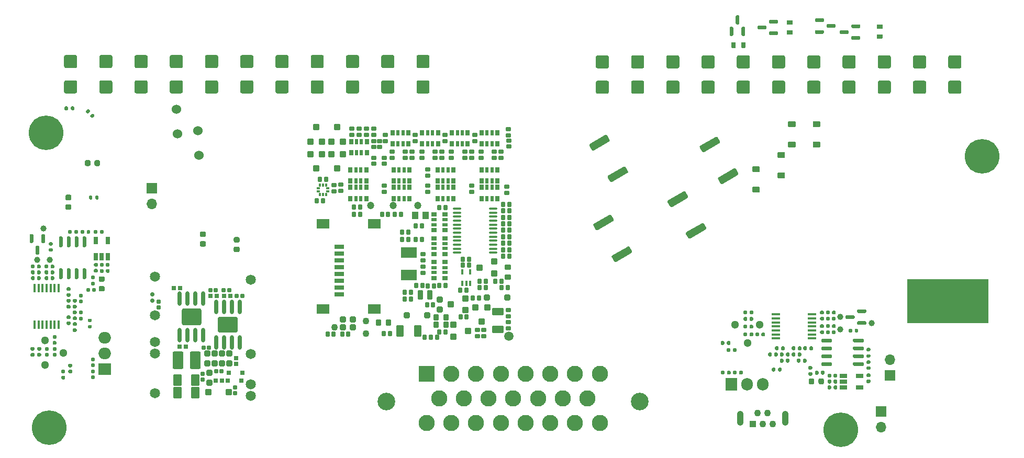
<source format=gbs>
G75*
G70*
%OFA0B0*%
%FSLAX25Y25*%
%IPPOS*%
%LPD*%
%AMOC8*
5,1,8,0,0,1.08239X$1,22.5*
%
%AMM147*
21,1,0.041340,0.026770,-0.000000,-0.000000,180.000000*
21,1,0.029130,0.038980,-0.000000,-0.000000,180.000000*
1,1,0.012210,-0.014570,0.013390*
1,1,0.012210,0.014570,0.013390*
1,1,0.012210,0.014570,-0.013390*
1,1,0.012210,-0.014570,-0.013390*
%
%AMM148*
21,1,0.076380,0.036220,-0.000000,-0.000000,270.000000*
21,1,0.061810,0.050790,-0.000000,-0.000000,270.000000*
1,1,0.014570,-0.018110,-0.030910*
1,1,0.014570,-0.018110,0.030910*
1,1,0.014570,0.018110,0.030910*
1,1,0.014570,0.018110,-0.030910*
%
%AMM151*
21,1,0.029130,0.018900,-0.000000,-0.000000,270.000000*
21,1,0.018900,0.029130,-0.000000,-0.000000,270.000000*
1,1,0.010240,-0.009450,-0.009450*
1,1,0.010240,-0.009450,0.009450*
1,1,0.010240,0.009450,0.009450*
1,1,0.010240,0.009450,-0.009450*
%
%AMM152*
21,1,0.025200,0.019680,-0.000000,-0.000000,180.000000*
21,1,0.015750,0.029130,-0.000000,-0.000000,180.000000*
1,1,0.009450,-0.007870,0.009840*
1,1,0.009450,0.007870,0.009840*
1,1,0.009450,0.007870,-0.009840*
1,1,0.009450,-0.007870,-0.009840*
%
%AMM153*
21,1,0.025200,0.019680,-0.000000,-0.000000,90.000000*
21,1,0.015750,0.029130,-0.000000,-0.000000,90.000000*
1,1,0.009450,0.009840,0.007870*
1,1,0.009450,0.009840,-0.007870*
1,1,0.009450,-0.009840,-0.007870*
1,1,0.009450,-0.009840,0.007870*
%
%AMM159*
21,1,0.111810,0.050390,-0.000000,-0.000000,270.000000*
21,1,0.093700,0.068500,-0.000000,-0.000000,270.000000*
1,1,0.018110,-0.025200,-0.046850*
1,1,0.018110,-0.025200,0.046850*
1,1,0.018110,0.025200,0.046850*
1,1,0.018110,0.025200,-0.046850*
%
%AMM160*
21,1,0.038980,0.026770,-0.000000,-0.000000,90.000000*
21,1,0.026770,0.038980,-0.000000,-0.000000,90.000000*
1,1,0.012210,0.013390,0.013390*
1,1,0.012210,0.013390,-0.013390*
1,1,0.012210,-0.013390,-0.013390*
1,1,0.012210,-0.013390,0.013390*
%
%AMM161*
21,1,0.029130,0.018900,-0.000000,-0.000000,0.000000*
21,1,0.018900,0.029130,-0.000000,-0.000000,0.000000*
1,1,0.010240,0.009450,-0.009450*
1,1,0.010240,-0.009450,-0.009450*
1,1,0.010240,-0.009450,0.009450*
1,1,0.010240,0.009450,0.009450*
%
%AMM162*
21,1,0.127560,0.075590,-0.000000,-0.000000,0.000000*
21,1,0.103150,0.100000,-0.000000,-0.000000,0.000000*
1,1,0.024410,0.051580,-0.037800*
1,1,0.024410,-0.051580,-0.037800*
1,1,0.024410,-0.051580,0.037800*
1,1,0.024410,0.051580,0.037800*
%
%AMM163*
21,1,0.123620,0.083460,-0.000000,-0.000000,180.000000*
21,1,0.097240,0.109840,-0.000000,-0.000000,180.000000*
1,1,0.026380,-0.048620,0.041730*
1,1,0.026380,0.048620,0.041730*
1,1,0.026380,0.048620,-0.041730*
1,1,0.026380,-0.048620,-0.041730*
%
%AMM235*
21,1,0.029530,0.026380,-0.000000,-0.000000,90.000000*
21,1,0.020470,0.035430,-0.000000,-0.000000,90.000000*
1,1,0.009060,0.013190,0.010240*
1,1,0.009060,0.013190,-0.010240*
1,1,0.009060,-0.013190,-0.010240*
1,1,0.009060,-0.013190,0.010240*
%
%AMM236*
21,1,0.021650,0.027950,-0.000000,-0.000000,90.000000*
21,1,0.014170,0.035430,-0.000000,-0.000000,90.000000*
1,1,0.007480,0.013980,0.007090*
1,1,0.007480,0.013980,-0.007090*
1,1,0.007480,-0.013980,-0.007090*
1,1,0.007480,-0.013980,0.007090*
%
%AMM239*
21,1,0.031500,0.018900,-0.000000,-0.000000,270.000000*
21,1,0.022840,0.027560,-0.000000,-0.000000,270.000000*
1,1,0.008660,-0.009450,-0.011420*
1,1,0.008660,-0.009450,0.011420*
1,1,0.008660,0.009450,0.011420*
1,1,0.008660,0.009450,-0.011420*
%
%AMM241*
21,1,0.031500,0.018900,-0.000000,-0.000000,0.000000*
21,1,0.022840,0.027560,-0.000000,-0.000000,0.000000*
1,1,0.008660,0.011420,-0.009450*
1,1,0.008660,-0.011420,-0.009450*
1,1,0.008660,-0.011420,0.009450*
1,1,0.008660,0.011420,0.009450*
%
%AMM243*
21,1,0.039370,0.030320,-0.000000,-0.000000,90.000000*
21,1,0.028350,0.041340,-0.000000,-0.000000,90.000000*
1,1,0.011020,0.015160,0.014170*
1,1,0.011020,0.015160,-0.014170*
1,1,0.011020,-0.015160,-0.014170*
1,1,0.011020,-0.015160,0.014170*
%
%AMM246*
21,1,0.031500,0.030710,-0.000000,-0.000000,180.000000*
21,1,0.022050,0.040160,-0.000000,-0.000000,180.000000*
1,1,0.009450,-0.011020,0.015350*
1,1,0.009450,0.011020,0.015350*
1,1,0.009450,0.011020,-0.015350*
1,1,0.009450,-0.011020,-0.015350*
%
%AMM261*
21,1,0.037400,0.026770,-0.000000,-0.000000,270.000000*
21,1,0.026770,0.037400,-0.000000,-0.000000,270.000000*
1,1,0.010630,-0.013390,-0.013390*
1,1,0.010630,-0.013390,0.013390*
1,1,0.010630,0.013390,0.013390*
1,1,0.010630,0.013390,-0.013390*
%
%AMM262*
21,1,0.029530,0.026380,-0.000000,-0.000000,180.000000*
21,1,0.020470,0.035430,-0.000000,-0.000000,180.000000*
1,1,0.009060,-0.010240,0.013190*
1,1,0.009060,0.010240,0.013190*
1,1,0.009060,0.010240,-0.013190*
1,1,0.009060,-0.010240,-0.013190*
%
%AMM263*
21,1,0.021650,0.027950,-0.000000,-0.000000,180.000000*
21,1,0.014170,0.035430,-0.000000,-0.000000,180.000000*
1,1,0.007480,-0.007090,0.013980*
1,1,0.007480,0.007090,0.013980*
1,1,0.007480,0.007090,-0.013980*
1,1,0.007480,-0.007090,-0.013980*
%
%AMM264*
21,1,0.037400,0.026770,-0.000000,-0.000000,180.000000*
21,1,0.026770,0.037400,-0.000000,-0.000000,180.000000*
1,1,0.010630,-0.013390,0.013390*
1,1,0.010630,0.013390,0.013390*
1,1,0.010630,0.013390,-0.013390*
1,1,0.010630,-0.013390,-0.013390*
%
%AMM265*
21,1,0.082680,0.045670,-0.000000,-0.000000,0.000000*
21,1,0.067320,0.061020,-0.000000,-0.000000,0.000000*
1,1,0.015350,0.033660,-0.022840*
1,1,0.015350,-0.033660,-0.022840*
1,1,0.015350,-0.033660,0.022840*
1,1,0.015350,0.033660,0.022840*
%
%AMM266*
21,1,0.062990,0.020470,-0.000000,-0.000000,0.000000*
21,1,0.053940,0.029530,-0.000000,-0.000000,0.000000*
1,1,0.009060,0.026970,-0.010240*
1,1,0.009060,-0.026970,-0.010240*
1,1,0.009060,-0.026970,0.010240*
1,1,0.009060,0.026970,0.010240*
%
%AMM267*
21,1,0.039370,0.030320,-0.000000,-0.000000,0.000000*
21,1,0.028350,0.041340,-0.000000,-0.000000,0.000000*
1,1,0.011020,0.014170,-0.015160*
1,1,0.011020,-0.014170,-0.015160*
1,1,0.011020,-0.014170,0.015160*
1,1,0.011020,0.014170,0.015160*
%
%AMM268*
21,1,0.016540,0.028980,-0.000000,-0.000000,0.000000*
21,1,0.010080,0.035430,-0.000000,-0.000000,0.000000*
1,1,0.006460,0.005040,-0.014490*
1,1,0.006460,-0.005040,-0.014490*
1,1,0.006460,-0.005040,0.014490*
1,1,0.006460,0.005040,0.014490*
%
%AMM269*
21,1,0.074800,0.036220,-0.000000,-0.000000,180.000000*
21,1,0.061810,0.049210,-0.000000,-0.000000,180.000000*
1,1,0.012990,-0.030910,0.018110*
1,1,0.012990,0.030910,0.018110*
1,1,0.012990,0.030910,-0.018110*
1,1,0.012990,-0.030910,-0.018110*
%
%AMM270*
21,1,0.039760,0.026770,-0.000000,-0.000000,180.000000*
21,1,0.029130,0.037400,-0.000000,-0.000000,180.000000*
1,1,0.010630,-0.014570,0.013390*
1,1,0.010630,0.014570,0.013390*
1,1,0.010630,0.014570,-0.013390*
1,1,0.010630,-0.014570,-0.013390*
%
%AMM271*
21,1,0.031500,0.049610,-0.000000,-0.000000,180.000000*
21,1,0.022050,0.059060,-0.000000,-0.000000,180.000000*
1,1,0.009450,-0.011020,0.024800*
1,1,0.009450,0.011020,0.024800*
1,1,0.009450,0.011020,-0.024800*
1,1,0.009450,-0.011020,-0.024800*
%
%AMM272*
21,1,0.074800,0.036220,-0.000000,-0.000000,270.000000*
21,1,0.061810,0.049210,-0.000000,-0.000000,270.000000*
1,1,0.012990,-0.018110,-0.030910*
1,1,0.012990,-0.018110,0.030910*
1,1,0.012990,0.018110,0.030910*
1,1,0.012990,0.018110,-0.030910*
%
%AMM273*
21,1,0.031500,0.030710,-0.000000,-0.000000,270.000000*
21,1,0.022050,0.040160,-0.000000,-0.000000,270.000000*
1,1,0.009450,-0.015350,-0.011020*
1,1,0.009450,-0.015350,0.011020*
1,1,0.009450,0.015350,0.011020*
1,1,0.009450,0.015350,-0.011020*
%
%ADD120C,0.02913*%
%ADD121C,0.06457*%
%ADD131O,0.02520X0.09213*%
%ADD136C,0.05118*%
%ADD140R,0.07500X0.07874*%
%ADD141O,0.07500X0.07874*%
%ADD142C,0.03900*%
%ADD144R,0.05709X0.01772*%
%ADD145R,0.04803X0.02559*%
%ADD15C,0.22047*%
%ADD16R,0.06693X0.06693*%
%ADD17O,0.06693X0.06693*%
%ADD195C,0.04724*%
%ADD196C,0.04294*%
%ADD221R,0.01772X0.01870*%
%ADD223O,0.05354X0.01378*%
%ADD226R,0.09843X0.07087*%
%ADD227R,0.01870X0.01772*%
%ADD229R,0.04331X0.04724*%
%ADD27C,0.05906*%
%ADD28C,0.02362*%
%ADD298M147*%
%ADD299M148*%
%ADD302M151*%
%ADD303M152*%
%ADD304M153*%
%ADD310M159*%
%ADD311M160*%
%ADD312M161*%
%ADD313M162*%
%ADD314M163*%
%ADD317R,0.07874X0.07500*%
%ADD318O,0.07874X0.07500*%
%ADD320R,0.01772X0.05709*%
%ADD321R,0.02559X0.04803*%
%ADD38R,0.10335X0.10335*%
%ADD39C,0.10335*%
%ADD40R,0.04331X0.04331*%
%ADD41C,0.04331*%
%ADD413M235*%
%ADD414M236*%
%ADD417M239*%
%ADD419M241*%
%ADD42O,0.04331X0.09449*%
%ADD421M243*%
%ADD424M246*%
%ADD43C,0.06000*%
%ADD439M261*%
%ADD440M262*%
%ADD441M263*%
%ADD442M264*%
%ADD443M265*%
%ADD444M266*%
%ADD445M267*%
%ADD446M268*%
%ADD447M269*%
%ADD448M270*%
%ADD449M271*%
%ADD450M272*%
%ADD451M273*%
%ADD66C,0.00472*%
%ADD67C,0.11220*%
X0000000Y0000000D02*
%LPD*%
G01*
D66*
X0617244Y0086610D02*
X0566063Y0086610D01*
X0566063Y0114169D01*
X0617244Y0114169D01*
X0617244Y0086610D01*
G36*
X0617244Y0086610D02*
G01*
X0566063Y0086610D01*
X0566063Y0114169D01*
X0617244Y0114169D01*
X0617244Y0086610D01*
G37*
D15*
X0017504Y0207480D03*
X0613803Y0192547D03*
D16*
X0549272Y0029937D03*
D17*
X0549272Y0019937D03*
D15*
X0019768Y0019563D03*
D16*
X0084847Y0172207D03*
D17*
X0084847Y0162207D03*
D27*
X0087048Y0041441D03*
X0087048Y0066638D03*
X0087048Y0074118D03*
X0087048Y0091047D03*
D28*
X0085276Y0100496D03*
X0085276Y0104433D03*
D27*
X0087048Y0115654D03*
X0148071Y0039669D03*
X0148071Y0046953D03*
X0148071Y0066441D03*
X0148071Y0113882D03*
D67*
X0234363Y0036177D03*
X0395780Y0036177D03*
D38*
X0259953Y0053894D03*
D39*
X0275701Y0053894D03*
X0291449Y0053894D03*
X0307197Y0053894D03*
X0322945Y0053894D03*
X0338693Y0053894D03*
X0354441Y0053894D03*
X0370189Y0053894D03*
X0267827Y0038146D03*
X0283575Y0038146D03*
X0299323Y0038146D03*
X0315071Y0038146D03*
X0330819Y0038146D03*
X0346567Y0038146D03*
X0362315Y0038146D03*
X0259953Y0022398D03*
X0275701Y0022398D03*
X0291449Y0022398D03*
X0307197Y0022398D03*
X0322945Y0022398D03*
X0338693Y0022398D03*
X0354441Y0022398D03*
X0370189Y0022398D03*
G36*
G01*
X0592111Y0233465D02*
X0592111Y0239764D01*
G75*
G02*
X0593095Y0240748I0000984J0000000D01*
G01*
X0599394Y0240748D01*
G75*
G02*
X0600378Y0239764I0000000J-000984D01*
G01*
X0600378Y0233465D01*
G75*
G02*
X0599394Y0232480I-000984J0000000D01*
G01*
X0593095Y0232480D01*
G75*
G02*
X0592111Y0233465I0000000J0000984D01*
G01*
G37*
G36*
G01*
X0569670Y0233465D02*
X0569670Y0239764D01*
G75*
G02*
X0570654Y0240748I0000984J0000000D01*
G01*
X0576953Y0240748D01*
G75*
G02*
X0577937Y0239764I0000000J-000984D01*
G01*
X0577937Y0233465D01*
G75*
G02*
X0576953Y0232480I-000984J0000000D01*
G01*
X0570654Y0232480D01*
G75*
G02*
X0569670Y0233465I0000000J0000984D01*
G01*
G37*
G36*
G01*
X0547229Y0233465D02*
X0547229Y0239764D01*
G75*
G02*
X0548213Y0240748I0000984J0000000D01*
G01*
X0554512Y0240748D01*
G75*
G02*
X0555496Y0239764I0000000J-000984D01*
G01*
X0555496Y0233465D01*
G75*
G02*
X0554512Y0232480I-000984J0000000D01*
G01*
X0548213Y0232480D01*
G75*
G02*
X0547229Y0233465I0000000J0000984D01*
G01*
G37*
G36*
G01*
X0524788Y0233465D02*
X0524788Y0239764D01*
G75*
G02*
X0525772Y0240748I0000984J0000000D01*
G01*
X0532071Y0240748D01*
G75*
G02*
X0533055Y0239764I0000000J-000984D01*
G01*
X0533055Y0233465D01*
G75*
G02*
X0532071Y0232480I-000984J0000000D01*
G01*
X0525772Y0232480D01*
G75*
G02*
X0524788Y0233465I0000000J0000984D01*
G01*
G37*
G36*
G01*
X0502347Y0233465D02*
X0502347Y0239764D01*
G75*
G02*
X0503331Y0240748I0000984J0000000D01*
G01*
X0509630Y0240748D01*
G75*
G02*
X0510614Y0239764I0000000J-000984D01*
G01*
X0510614Y0233465D01*
G75*
G02*
X0509630Y0232480I-000984J0000000D01*
G01*
X0503331Y0232480D01*
G75*
G02*
X0502347Y0233465I0000000J0000984D01*
G01*
G37*
G36*
G01*
X0479906Y0233465D02*
X0479906Y0239764D01*
G75*
G02*
X0480890Y0240748I0000984J0000000D01*
G01*
X0487189Y0240748D01*
G75*
G02*
X0488174Y0239764I0000000J-000984D01*
G01*
X0488174Y0233465D01*
G75*
G02*
X0487189Y0232480I-000984J0000000D01*
G01*
X0480890Y0232480D01*
G75*
G02*
X0479906Y0233465I0000000J0000984D01*
G01*
G37*
G36*
G01*
X0457465Y0233465D02*
X0457465Y0239764D01*
G75*
G02*
X0458449Y0240748I0000984J0000000D01*
G01*
X0464748Y0240748D01*
G75*
G02*
X0465733Y0239764I0000000J-000984D01*
G01*
X0465733Y0233465D01*
G75*
G02*
X0464748Y0232480I-000984J0000000D01*
G01*
X0458449Y0232480D01*
G75*
G02*
X0457465Y0233465I0000000J0000984D01*
G01*
G37*
G36*
G01*
X0435024Y0233465D02*
X0435024Y0239764D01*
G75*
G02*
X0436008Y0240748I0000984J0000000D01*
G01*
X0442307Y0240748D01*
G75*
G02*
X0443292Y0239764I0000000J-000984D01*
G01*
X0443292Y0233465D01*
G75*
G02*
X0442307Y0232480I-000984J0000000D01*
G01*
X0436008Y0232480D01*
G75*
G02*
X0435024Y0233465I0000000J0000984D01*
G01*
G37*
G36*
G01*
X0412583Y0233465D02*
X0412583Y0239764D01*
G75*
G02*
X0413567Y0240748I0000984J0000000D01*
G01*
X0419866Y0240748D01*
G75*
G02*
X0420851Y0239764I0000000J-000984D01*
G01*
X0420851Y0233465D01*
G75*
G02*
X0419866Y0232480I-000984J0000000D01*
G01*
X0413567Y0232480D01*
G75*
G02*
X0412583Y0233465I0000000J0000984D01*
G01*
G37*
G36*
G01*
X0390142Y0233465D02*
X0390142Y0239764D01*
G75*
G02*
X0391126Y0240748I0000984J0000000D01*
G01*
X0397426Y0240748D01*
G75*
G02*
X0398410Y0239764I0000000J-000984D01*
G01*
X0398410Y0233465D01*
G75*
G02*
X0397426Y0232480I-000984J0000000D01*
G01*
X0391126Y0232480D01*
G75*
G02*
X0390142Y0233465I0000000J0000984D01*
G01*
G37*
G36*
G01*
X0367701Y0233465D02*
X0367701Y0239764D01*
G75*
G02*
X0368685Y0240748I0000984J0000000D01*
G01*
X0374985Y0240748D01*
G75*
G02*
X0375969Y0239764I0000000J-000984D01*
G01*
X0375969Y0233465D01*
G75*
G02*
X0374985Y0232480I-000984J0000000D01*
G01*
X0368685Y0232480D01*
G75*
G02*
X0367701Y0233465I0000000J0000984D01*
G01*
G37*
G36*
G01*
X0592111Y0249606D02*
X0592111Y0255906D01*
G75*
G02*
X0593095Y0256890I0000984J0000000D01*
G01*
X0599394Y0256890D01*
G75*
G02*
X0600378Y0255906I0000000J-000984D01*
G01*
X0600378Y0249606D01*
G75*
G02*
X0599394Y0248622I-000984J0000000D01*
G01*
X0593095Y0248622D01*
G75*
G02*
X0592111Y0249606I0000000J0000984D01*
G01*
G37*
G36*
G01*
X0569670Y0249606D02*
X0569670Y0255906D01*
G75*
G02*
X0570654Y0256890I0000984J0000000D01*
G01*
X0576953Y0256890D01*
G75*
G02*
X0577937Y0255906I0000000J-000984D01*
G01*
X0577937Y0249606D01*
G75*
G02*
X0576953Y0248622I-000984J0000000D01*
G01*
X0570654Y0248622D01*
G75*
G02*
X0569670Y0249606I0000000J0000984D01*
G01*
G37*
G36*
G01*
X0547229Y0249606D02*
X0547229Y0255906D01*
G75*
G02*
X0548213Y0256890I0000984J0000000D01*
G01*
X0554512Y0256890D01*
G75*
G02*
X0555496Y0255906I0000000J-000984D01*
G01*
X0555496Y0249606D01*
G75*
G02*
X0554512Y0248622I-000984J0000000D01*
G01*
X0548213Y0248622D01*
G75*
G02*
X0547229Y0249606I0000000J0000984D01*
G01*
G37*
G36*
G01*
X0524788Y0249606D02*
X0524788Y0255906D01*
G75*
G02*
X0525772Y0256890I0000984J0000000D01*
G01*
X0532071Y0256890D01*
G75*
G02*
X0533055Y0255906I0000000J-000984D01*
G01*
X0533055Y0249606D01*
G75*
G02*
X0532071Y0248622I-000984J0000000D01*
G01*
X0525772Y0248622D01*
G75*
G02*
X0524788Y0249606I0000000J0000984D01*
G01*
G37*
G36*
G01*
X0502347Y0249606D02*
X0502347Y0255906D01*
G75*
G02*
X0503331Y0256890I0000984J0000000D01*
G01*
X0509630Y0256890D01*
G75*
G02*
X0510614Y0255906I0000000J-000984D01*
G01*
X0510614Y0249606D01*
G75*
G02*
X0509630Y0248622I-000984J0000000D01*
G01*
X0503331Y0248622D01*
G75*
G02*
X0502347Y0249606I0000000J0000984D01*
G01*
G37*
G36*
G01*
X0479906Y0249606D02*
X0479906Y0255906D01*
G75*
G02*
X0480890Y0256890I0000984J0000000D01*
G01*
X0487189Y0256890D01*
G75*
G02*
X0488174Y0255906I0000000J-000984D01*
G01*
X0488174Y0249606D01*
G75*
G02*
X0487189Y0248622I-000984J0000000D01*
G01*
X0480890Y0248622D01*
G75*
G02*
X0479906Y0249606I0000000J0000984D01*
G01*
G37*
G36*
G01*
X0457465Y0249606D02*
X0457465Y0255906D01*
G75*
G02*
X0458449Y0256890I0000984J0000000D01*
G01*
X0464748Y0256890D01*
G75*
G02*
X0465733Y0255906I0000000J-000984D01*
G01*
X0465733Y0249606D01*
G75*
G02*
X0464748Y0248622I-000984J0000000D01*
G01*
X0458449Y0248622D01*
G75*
G02*
X0457465Y0249606I0000000J0000984D01*
G01*
G37*
G36*
G01*
X0435024Y0249606D02*
X0435024Y0255906D01*
G75*
G02*
X0436008Y0256890I0000984J0000000D01*
G01*
X0442307Y0256890D01*
G75*
G02*
X0443292Y0255906I0000000J-000984D01*
G01*
X0443292Y0249606D01*
G75*
G02*
X0442307Y0248622I-000984J0000000D01*
G01*
X0436008Y0248622D01*
G75*
G02*
X0435024Y0249606I0000000J0000984D01*
G01*
G37*
G36*
G01*
X0412583Y0249606D02*
X0412583Y0255906D01*
G75*
G02*
X0413567Y0256890I0000984J0000000D01*
G01*
X0419866Y0256890D01*
G75*
G02*
X0420851Y0255906I0000000J-000984D01*
G01*
X0420851Y0249606D01*
G75*
G02*
X0419866Y0248622I-000984J0000000D01*
G01*
X0413567Y0248622D01*
G75*
G02*
X0412583Y0249606I0000000J0000984D01*
G01*
G37*
G36*
G01*
X0390142Y0249606D02*
X0390142Y0255906D01*
G75*
G02*
X0391126Y0256890I0000984J0000000D01*
G01*
X0397426Y0256890D01*
G75*
G02*
X0398410Y0255906I0000000J-000984D01*
G01*
X0398410Y0249606D01*
G75*
G02*
X0397426Y0248622I-000984J0000000D01*
G01*
X0391126Y0248622D01*
G75*
G02*
X0390142Y0249606I0000000J0000984D01*
G01*
G37*
G36*
G01*
X0367701Y0249606D02*
X0367701Y0255906D01*
G75*
G02*
X0368685Y0256890I0000984J0000000D01*
G01*
X0374985Y0256890D01*
G75*
G02*
X0375969Y0255906I0000000J-000984D01*
G01*
X0375969Y0249606D01*
G75*
G02*
X0374985Y0248622I-000984J0000000D01*
G01*
X0368685Y0248622D01*
G75*
G02*
X0367701Y0249606I0000000J0000984D01*
G01*
G37*
G36*
G01*
X0253528Y0233661D02*
X0253528Y0239961D01*
G75*
G02*
X0254512Y0240945I0000984J0000000D01*
G01*
X0260811Y0240945D01*
G75*
G02*
X0261796Y0239961I0000000J-000984D01*
G01*
X0261796Y0233661D01*
G75*
G02*
X0260811Y0232677I-000984J0000000D01*
G01*
X0254512Y0232677D01*
G75*
G02*
X0253528Y0233661I0000000J0000984D01*
G01*
G37*
G36*
G01*
X0231087Y0233661D02*
X0231087Y0239961D01*
G75*
G02*
X0232071Y0240945I0000984J0000000D01*
G01*
X0238370Y0240945D01*
G75*
G02*
X0239355Y0239961I0000000J-000984D01*
G01*
X0239355Y0233661D01*
G75*
G02*
X0238370Y0232677I-000984J0000000D01*
G01*
X0232071Y0232677D01*
G75*
G02*
X0231087Y0233661I0000000J0000984D01*
G01*
G37*
G36*
G01*
X0208646Y0233661D02*
X0208646Y0239961D01*
G75*
G02*
X0209630Y0240945I0000984J0000000D01*
G01*
X0215929Y0240945D01*
G75*
G02*
X0216914Y0239961I0000000J-000984D01*
G01*
X0216914Y0233661D01*
G75*
G02*
X0215929Y0232677I-000984J0000000D01*
G01*
X0209630Y0232677D01*
G75*
G02*
X0208646Y0233661I0000000J0000984D01*
G01*
G37*
G36*
G01*
X0186205Y0233661D02*
X0186205Y0239961D01*
G75*
G02*
X0187189Y0240945I0000984J0000000D01*
G01*
X0193489Y0240945D01*
G75*
G02*
X0194473Y0239961I0000000J-000984D01*
G01*
X0194473Y0233661D01*
G75*
G02*
X0193489Y0232677I-000984J0000000D01*
G01*
X0187189Y0232677D01*
G75*
G02*
X0186205Y0233661I0000000J0000984D01*
G01*
G37*
G36*
G01*
X0163764Y0233661D02*
X0163764Y0239961D01*
G75*
G02*
X0164748Y0240945I0000984J0000000D01*
G01*
X0171048Y0240945D01*
G75*
G02*
X0172032Y0239961I0000000J-000984D01*
G01*
X0172032Y0233661D01*
G75*
G02*
X0171048Y0232677I-000984J0000000D01*
G01*
X0164748Y0232677D01*
G75*
G02*
X0163764Y0233661I0000000J0000984D01*
G01*
G37*
G36*
G01*
X0141323Y0233661D02*
X0141323Y0239961D01*
G75*
G02*
X0142307Y0240945I0000984J0000000D01*
G01*
X0148607Y0240945D01*
G75*
G02*
X0149591Y0239961I0000000J-000984D01*
G01*
X0149591Y0233661D01*
G75*
G02*
X0148607Y0232677I-000984J0000000D01*
G01*
X0142307Y0232677D01*
G75*
G02*
X0141323Y0233661I0000000J0000984D01*
G01*
G37*
G36*
G01*
X0118882Y0233661D02*
X0118882Y0239961D01*
G75*
G02*
X0119866Y0240945I0000984J0000000D01*
G01*
X0126166Y0240945D01*
G75*
G02*
X0127150Y0239961I0000000J-000984D01*
G01*
X0127150Y0233661D01*
G75*
G02*
X0126166Y0232677I-000984J0000000D01*
G01*
X0119866Y0232677D01*
G75*
G02*
X0118882Y0233661I0000000J0000984D01*
G01*
G37*
G36*
G01*
X0096441Y0233661D02*
X0096441Y0239961D01*
G75*
G02*
X0097426Y0240945I0000984J0000000D01*
G01*
X0103725Y0240945D01*
G75*
G02*
X0104709Y0239961I0000000J-000984D01*
G01*
X0104709Y0233661D01*
G75*
G02*
X0103725Y0232677I-000984J0000000D01*
G01*
X0097426Y0232677D01*
G75*
G02*
X0096441Y0233661I0000000J0000984D01*
G01*
G37*
G36*
G01*
X0074000Y0233661D02*
X0074000Y0239961D01*
G75*
G02*
X0074985Y0240945I0000984J0000000D01*
G01*
X0081284Y0240945D01*
G75*
G02*
X0082268Y0239961I0000000J-000984D01*
G01*
X0082268Y0233661D01*
G75*
G02*
X0081284Y0232677I-000984J0000000D01*
G01*
X0074985Y0232677D01*
G75*
G02*
X0074000Y0233661I0000000J0000984D01*
G01*
G37*
G36*
G01*
X0051559Y0233661D02*
X0051559Y0239961D01*
G75*
G02*
X0052544Y0240945I0000984J0000000D01*
G01*
X0058843Y0240945D01*
G75*
G02*
X0059827Y0239961I0000000J-000984D01*
G01*
X0059827Y0233661D01*
G75*
G02*
X0058843Y0232677I-000984J0000000D01*
G01*
X0052544Y0232677D01*
G75*
G02*
X0051559Y0233661I0000000J0000984D01*
G01*
G37*
G36*
G01*
X0029118Y0233661D02*
X0029118Y0239961D01*
G75*
G02*
X0030103Y0240945I0000984J0000000D01*
G01*
X0036402Y0240945D01*
G75*
G02*
X0037386Y0239961I0000000J-000984D01*
G01*
X0037386Y0233661D01*
G75*
G02*
X0036402Y0232677I-000984J0000000D01*
G01*
X0030103Y0232677D01*
G75*
G02*
X0029118Y0233661I0000000J0000984D01*
G01*
G37*
G36*
G01*
X0253528Y0249803D02*
X0253528Y0256102D01*
G75*
G02*
X0254512Y0257087I0000984J0000000D01*
G01*
X0260811Y0257087D01*
G75*
G02*
X0261796Y0256102I0000000J-000984D01*
G01*
X0261796Y0249803D01*
G75*
G02*
X0260811Y0248819I-000984J0000000D01*
G01*
X0254512Y0248819D01*
G75*
G02*
X0253528Y0249803I0000000J0000984D01*
G01*
G37*
G36*
G01*
X0231087Y0249803D02*
X0231087Y0256102D01*
G75*
G02*
X0232071Y0257087I0000984J0000000D01*
G01*
X0238370Y0257087D01*
G75*
G02*
X0239355Y0256102I0000000J-000984D01*
G01*
X0239355Y0249803D01*
G75*
G02*
X0238370Y0248819I-000984J0000000D01*
G01*
X0232071Y0248819D01*
G75*
G02*
X0231087Y0249803I0000000J0000984D01*
G01*
G37*
G36*
G01*
X0208646Y0249803D02*
X0208646Y0256102D01*
G75*
G02*
X0209630Y0257087I0000984J0000000D01*
G01*
X0215929Y0257087D01*
G75*
G02*
X0216914Y0256102I0000000J-000984D01*
G01*
X0216914Y0249803D01*
G75*
G02*
X0215929Y0248819I-000984J0000000D01*
G01*
X0209630Y0248819D01*
G75*
G02*
X0208646Y0249803I0000000J0000984D01*
G01*
G37*
G36*
G01*
X0186205Y0249803D02*
X0186205Y0256102D01*
G75*
G02*
X0187189Y0257087I0000984J0000000D01*
G01*
X0193489Y0257087D01*
G75*
G02*
X0194473Y0256102I0000000J-000984D01*
G01*
X0194473Y0249803D01*
G75*
G02*
X0193489Y0248819I-000984J0000000D01*
G01*
X0187189Y0248819D01*
G75*
G02*
X0186205Y0249803I0000000J0000984D01*
G01*
G37*
G36*
G01*
X0163764Y0249803D02*
X0163764Y0256102D01*
G75*
G02*
X0164748Y0257087I0000984J0000000D01*
G01*
X0171048Y0257087D01*
G75*
G02*
X0172032Y0256102I0000000J-000984D01*
G01*
X0172032Y0249803D01*
G75*
G02*
X0171048Y0248819I-000984J0000000D01*
G01*
X0164748Y0248819D01*
G75*
G02*
X0163764Y0249803I0000000J0000984D01*
G01*
G37*
G36*
G01*
X0141323Y0249803D02*
X0141323Y0256102D01*
G75*
G02*
X0142307Y0257087I0000984J0000000D01*
G01*
X0148607Y0257087D01*
G75*
G02*
X0149591Y0256102I0000000J-000984D01*
G01*
X0149591Y0249803D01*
G75*
G02*
X0148607Y0248819I-000984J0000000D01*
G01*
X0142307Y0248819D01*
G75*
G02*
X0141323Y0249803I0000000J0000984D01*
G01*
G37*
G36*
G01*
X0118882Y0249803D02*
X0118882Y0256102D01*
G75*
G02*
X0119866Y0257087I0000984J0000000D01*
G01*
X0126166Y0257087D01*
G75*
G02*
X0127150Y0256102I0000000J-000984D01*
G01*
X0127150Y0249803D01*
G75*
G02*
X0126166Y0248819I-000984J0000000D01*
G01*
X0119866Y0248819D01*
G75*
G02*
X0118882Y0249803I0000000J0000984D01*
G01*
G37*
G36*
G01*
X0096441Y0249803D02*
X0096441Y0256102D01*
G75*
G02*
X0097426Y0257087I0000984J0000000D01*
G01*
X0103725Y0257087D01*
G75*
G02*
X0104709Y0256102I0000000J-000984D01*
G01*
X0104709Y0249803D01*
G75*
G02*
X0103725Y0248819I-000984J0000000D01*
G01*
X0097426Y0248819D01*
G75*
G02*
X0096441Y0249803I0000000J0000984D01*
G01*
G37*
G36*
G01*
X0074000Y0249803D02*
X0074000Y0256102D01*
G75*
G02*
X0074985Y0257087I0000984J0000000D01*
G01*
X0081284Y0257087D01*
G75*
G02*
X0082268Y0256102I0000000J-000984D01*
G01*
X0082268Y0249803D01*
G75*
G02*
X0081284Y0248819I-000984J0000000D01*
G01*
X0074985Y0248819D01*
G75*
G02*
X0074000Y0249803I0000000J0000984D01*
G01*
G37*
G36*
G01*
X0051559Y0249803D02*
X0051559Y0256102D01*
G75*
G02*
X0052544Y0257087I0000984J0000000D01*
G01*
X0058843Y0257087D01*
G75*
G02*
X0059827Y0256102I0000000J-000984D01*
G01*
X0059827Y0249803D01*
G75*
G02*
X0058843Y0248819I-000984J0000000D01*
G01*
X0052544Y0248819D01*
G75*
G02*
X0051559Y0249803I0000000J0000984D01*
G01*
G37*
G36*
G01*
X0029118Y0249803D02*
X0029118Y0256102D01*
G75*
G02*
X0030103Y0257087I0000984J0000000D01*
G01*
X0036402Y0257087D01*
G75*
G02*
X0037386Y0256102I0000000J-000984D01*
G01*
X0037386Y0249803D01*
G75*
G02*
X0036402Y0248819I-000984J0000000D01*
G01*
X0030103Y0248819D01*
G75*
G02*
X0029118Y0249803I0000000J0000984D01*
G01*
G37*
D15*
X0523563Y0018189D03*
D16*
X0555083Y0052835D03*
D17*
X0555083Y0062835D03*
D40*
X0467611Y0022032D03*
D41*
X0470760Y0028921D03*
X0473910Y0022032D03*
X0477059Y0028921D03*
X0480209Y0022032D03*
D42*
X0459540Y0025476D03*
X0488280Y0025476D03*
D43*
X0100546Y0222651D03*
X0114187Y0209010D03*
X0101357Y0206797D03*
X0114998Y0193156D03*
G36*
G01*
X0138023Y0141090D02*
X0139991Y0141090D01*
G75*
G02*
X0140877Y0140204I0000000J-000886D01*
G01*
X0140877Y0138432D01*
G75*
G02*
X0139991Y0137546I-000886J0000000D01*
G01*
X0138023Y0137546D01*
G75*
G02*
X0137137Y0138432I0000000J0000886D01*
G01*
X0137137Y0140204D01*
G75*
G02*
X0138023Y0141090I0000886J0000000D01*
G01*
G37*
G36*
G01*
X0138023Y0134987D02*
X0139991Y0134987D01*
G75*
G02*
X0140877Y0134101I0000000J-000886D01*
G01*
X0140877Y0132330D01*
G75*
G02*
X0139991Y0131444I-000886J0000000D01*
G01*
X0138023Y0131444D01*
G75*
G02*
X0137137Y0132330I0000000J0000886D01*
G01*
X0137137Y0134101D01*
G75*
G02*
X0138023Y0134987I0000886J0000000D01*
G01*
G37*
G36*
G01*
X0052000Y0189211D02*
X0052000Y0187242D01*
G75*
G02*
X0051114Y0186357I-000886J0000000D01*
G01*
X0049343Y0186357D01*
G75*
G02*
X0048457Y0187242I0000000J0000886D01*
G01*
X0048457Y0189211D01*
G75*
G02*
X0049343Y0190097I0000886J0000000D01*
G01*
X0051114Y0190097D01*
G75*
G02*
X0052000Y0189211I0000000J-000886D01*
G01*
G37*
G36*
G01*
X0045898Y0189211D02*
X0045898Y0187242D01*
G75*
G02*
X0045012Y0186357I-000886J0000000D01*
G01*
X0043240Y0186357D01*
G75*
G02*
X0042354Y0187242I0000000J0000886D01*
G01*
X0042354Y0189211D01*
G75*
G02*
X0043240Y0190097I0000886J0000000D01*
G01*
X0045012Y0190097D01*
G75*
G02*
X0045898Y0189211I0000000J-000886D01*
G01*
G37*
G36*
G01*
X0029406Y0222428D02*
X0029406Y0223885D01*
G75*
G02*
X0029938Y0224417I0000531J0000000D01*
G01*
X0031001Y0224417D01*
G75*
G02*
X0031532Y0223885I0000000J-000531D01*
G01*
X0031532Y0222428D01*
G75*
G02*
X0031001Y0221897I-000531J0000000D01*
G01*
X0029938Y0221897D01*
G75*
G02*
X0029406Y0222428I0000000J0000531D01*
G01*
G37*
G36*
G01*
X0033422Y0222428D02*
X0033422Y0223885D01*
G75*
G02*
X0033954Y0224417I0000531J0000000D01*
G01*
X0035017Y0224417D01*
G75*
G02*
X0035548Y0223885I0000000J-000531D01*
G01*
X0035548Y0222428D01*
G75*
G02*
X0035017Y0221897I-000531J0000000D01*
G01*
X0033954Y0221897D01*
G75*
G02*
X0033422Y0222428I0000000J0000531D01*
G01*
G37*
G36*
G01*
X0463048Y0265051D02*
X0463048Y0261980D01*
G75*
G02*
X0462772Y0261705I-000276J0000000D01*
G01*
X0460567Y0261705D01*
G75*
G02*
X0460292Y0261980I0000000J0000276D01*
G01*
X0460292Y0265051D01*
G75*
G02*
X0460567Y0265327I0000276J0000000D01*
G01*
X0462772Y0265327D01*
G75*
G02*
X0463048Y0265051I0000000J-000276D01*
G01*
G37*
G36*
G01*
X0456748Y0265051D02*
X0456748Y0261980D01*
G75*
G02*
X0456473Y0261705I-000276J0000000D01*
G01*
X0454268Y0261705D01*
G75*
G02*
X0453992Y0261980I0000000J0000276D01*
G01*
X0453992Y0265051D01*
G75*
G02*
X0454268Y0265327I0000276J0000000D01*
G01*
X0456473Y0265327D01*
G75*
G02*
X0456748Y0265051I0000000J-000276D01*
G01*
G37*
G36*
G01*
X0510177Y0198197D02*
X0506162Y0198197D01*
G75*
G02*
X0505807Y0198551I0000000J0000354D01*
G01*
X0505807Y0201386D01*
G75*
G02*
X0506162Y0201740I0000354J0000000D01*
G01*
X0510177Y0201740D01*
G75*
G02*
X0510532Y0201386I0000000J-000354D01*
G01*
X0510532Y0198551D01*
G75*
G02*
X0510177Y0198197I-000354J0000000D01*
G01*
G37*
G36*
G01*
X0510177Y0211189D02*
X0506162Y0211189D01*
G75*
G02*
X0505807Y0211543I0000000J0000354D01*
G01*
X0505807Y0214378D01*
G75*
G02*
X0506162Y0214732I0000354J0000000D01*
G01*
X0510177Y0214732D01*
G75*
G02*
X0510532Y0214378I0000000J-000354D01*
G01*
X0510532Y0211543D01*
G75*
G02*
X0510177Y0211189I-000354J0000000D01*
G01*
G37*
G36*
G01*
X0494461Y0198303D02*
X0490445Y0198303D01*
G75*
G02*
X0490091Y0198658I0000000J0000354D01*
G01*
X0490091Y0201492D01*
G75*
G02*
X0490445Y0201847I0000354J0000000D01*
G01*
X0494461Y0201847D01*
G75*
G02*
X0494815Y0201492I0000000J-000354D01*
G01*
X0494815Y0198658D01*
G75*
G02*
X0494461Y0198303I-000354J0000000D01*
G01*
G37*
G36*
G01*
X0494461Y0211295D02*
X0490445Y0211295D01*
G75*
G02*
X0490091Y0211650I0000000J0000354D01*
G01*
X0490091Y0214484D01*
G75*
G02*
X0490445Y0214839I0000354J0000000D01*
G01*
X0494461Y0214839D01*
G75*
G02*
X0494815Y0214484I0000000J-000354D01*
G01*
X0494815Y0211650D01*
G75*
G02*
X0494461Y0211295I-000354J0000000D01*
G01*
G37*
G36*
G01*
X0489658Y0279236D02*
X0492729Y0279236D01*
G75*
G02*
X0493005Y0278961I0000000J-000276D01*
G01*
X0493005Y0276756D01*
G75*
G02*
X0492729Y0276480I-000276J0000000D01*
G01*
X0489658Y0276480D01*
G75*
G02*
X0489382Y0276756I0000000J0000276D01*
G01*
X0489382Y0278961D01*
G75*
G02*
X0489658Y0279236I0000276J0000000D01*
G01*
G37*
G36*
G01*
X0489658Y0272937D02*
X0492729Y0272937D01*
G75*
G02*
X0493005Y0272661I0000000J-000276D01*
G01*
X0493005Y0270457D01*
G75*
G02*
X0492729Y0270181I-000276J0000000D01*
G01*
X0489658Y0270181D01*
G75*
G02*
X0489382Y0270457I0000000J0000276D01*
G01*
X0489382Y0272661D01*
G75*
G02*
X0489658Y0272937I0000276J0000000D01*
G01*
G37*
G36*
G01*
X0042951Y0221483D02*
X0043981Y0222513D01*
G75*
G02*
X0044732Y0222513I0000376J-000376D01*
G01*
X0045484Y0221762D01*
G75*
G02*
X0045484Y0221010I-000376J-000376D01*
G01*
X0044454Y0219980D01*
G75*
G02*
X0043702Y0219980I-000376J0000376D01*
G01*
X0042951Y0220732D01*
G75*
G02*
X0042951Y0221483I0000376J0000376D01*
G01*
G37*
G36*
G01*
X0045790Y0218644D02*
X0046820Y0219674D01*
G75*
G02*
X0047572Y0219674I0000376J-000376D01*
G01*
X0048324Y0218922D01*
G75*
G02*
X0048324Y0218170I-000376J-000376D01*
G01*
X0047294Y0217140D01*
G75*
G02*
X0046542Y0217140I-000376J0000376D01*
G01*
X0045790Y0217892D01*
G75*
G02*
X0045790Y0218644I0000376J0000376D01*
G01*
G37*
G36*
G01*
X0471713Y0169543D02*
X0467697Y0169543D01*
G75*
G02*
X0467343Y0169898I0000000J0000354D01*
G01*
X0467343Y0172732D01*
G75*
G02*
X0467697Y0173087I0000354J0000000D01*
G01*
X0471713Y0173087D01*
G75*
G02*
X0472067Y0172732I0000000J-000354D01*
G01*
X0472067Y0169898D01*
G75*
G02*
X0471713Y0169543I-000354J0000000D01*
G01*
G37*
G36*
G01*
X0471713Y0182535D02*
X0467697Y0182535D01*
G75*
G02*
X0467343Y0182890I0000000J0000354D01*
G01*
X0467343Y0185724D01*
G75*
G02*
X0467697Y0186079I0000354J0000000D01*
G01*
X0471713Y0186079D01*
G75*
G02*
X0472067Y0185724I0000000J-000354D01*
G01*
X0472067Y0182890D01*
G75*
G02*
X0471713Y0182535I-000354J0000000D01*
G01*
G37*
G36*
G01*
X0458018Y0180588D02*
X0448301Y0174978D01*
G75*
G02*
X0446957Y0175338I-000492J0000852D01*
G01*
X0445529Y0177810D01*
G75*
G02*
X0445890Y0179155I0000852J0000492D01*
G01*
X0455607Y0184765D01*
G75*
G02*
X0456951Y0184405I0000492J-000852D01*
G01*
X0458379Y0181933D01*
G75*
G02*
X0458018Y0180588I-000852J-000492D01*
G01*
G37*
G36*
G01*
X0446355Y0200790D02*
X0436638Y0195180D01*
G75*
G02*
X0435293Y0195540I-000492J0000852D01*
G01*
X0433866Y0198012D01*
G75*
G02*
X0434226Y0199357I0000852J0000492D01*
G01*
X0443944Y0204967D01*
G75*
G02*
X0445288Y0204606I0000492J-000852D01*
G01*
X0446715Y0202135D01*
G75*
G02*
X0446355Y0200790I-000852J-000492D01*
G01*
G37*
G36*
G01*
X0116483Y0144590D02*
X0118451Y0144590D01*
G75*
G02*
X0119337Y0143704I0000000J-000886D01*
G01*
X0119337Y0141932D01*
G75*
G02*
X0118451Y0141046I-000886J0000000D01*
G01*
X0116483Y0141046D01*
G75*
G02*
X0115597Y0141932I0000000J0000886D01*
G01*
X0115597Y0143704D01*
G75*
G02*
X0116483Y0144590I0000886J0000000D01*
G01*
G37*
G36*
G01*
X0116483Y0138487D02*
X0118451Y0138487D01*
G75*
G02*
X0119337Y0137601I0000000J-000886D01*
G01*
X0119337Y0135830D01*
G75*
G02*
X0118451Y0134944I-000886J0000000D01*
G01*
X0116483Y0134944D01*
G75*
G02*
X0115597Y0135830I0000000J0000886D01*
G01*
X0115597Y0137601D01*
G75*
G02*
X0116483Y0138487I0000886J0000000D01*
G01*
G37*
G36*
G01*
X0487752Y0178595D02*
X0483737Y0178595D01*
G75*
G02*
X0483382Y0178949I0000000J0000354D01*
G01*
X0483382Y0181784D01*
G75*
G02*
X0483737Y0182138I0000354J0000000D01*
G01*
X0487752Y0182138D01*
G75*
G02*
X0488107Y0181784I0000000J-000354D01*
G01*
X0488107Y0178949D01*
G75*
G02*
X0487752Y0178595I-000354J0000000D01*
G01*
G37*
G36*
G01*
X0487752Y0191587D02*
X0483737Y0191587D01*
G75*
G02*
X0483382Y0191941I0000000J0000354D01*
G01*
X0483382Y0194776D01*
G75*
G02*
X0483737Y0195130I0000354J0000000D01*
G01*
X0487752Y0195130D01*
G75*
G02*
X0488107Y0194776I0000000J-000354D01*
G01*
X0488107Y0191941D01*
G75*
G02*
X0487752Y0191587I-000354J0000000D01*
G01*
G37*
G36*
G01*
X0462174Y0269272D02*
X0460992Y0269272D01*
G75*
G02*
X0460402Y0269862I0000000J0000591D01*
G01*
X0460402Y0274488D01*
G75*
G02*
X0460992Y0275079I0000591J0000000D01*
G01*
X0462174Y0275079D01*
G75*
G02*
X0462764Y0274488I0000000J-000591D01*
G01*
X0462764Y0269862D01*
G75*
G02*
X0462174Y0269272I-000591J0000000D01*
G01*
G37*
G36*
G01*
X0458433Y0276654D02*
X0457252Y0276654D01*
G75*
G02*
X0456662Y0277244I0000000J0000591D01*
G01*
X0456662Y0281870D01*
G75*
G02*
X0457252Y0282461I0000591J0000000D01*
G01*
X0458433Y0282461D01*
G75*
G02*
X0459024Y0281870I0000000J-000591D01*
G01*
X0459024Y0277244D01*
G75*
G02*
X0458433Y0276654I-000591J0000000D01*
G01*
G37*
G36*
G01*
X0454693Y0269272D02*
X0453512Y0269272D01*
G75*
G02*
X0452922Y0269862I0000000J0000591D01*
G01*
X0452922Y0274488D01*
G75*
G02*
X0453512Y0275079I0000591J0000000D01*
G01*
X0454693Y0275079D01*
G75*
G02*
X0455284Y0274488I0000000J-000591D01*
G01*
X0455284Y0269862D01*
G75*
G02*
X0454693Y0269272I-000591J0000000D01*
G01*
G37*
G36*
G01*
X0546874Y0276583D02*
X0549945Y0276583D01*
G75*
G02*
X0550221Y0276307I0000000J-000276D01*
G01*
X0550221Y0274102D01*
G75*
G02*
X0549945Y0273827I-000276J0000000D01*
G01*
X0546874Y0273827D01*
G75*
G02*
X0546599Y0274102I0000000J0000276D01*
G01*
X0546599Y0276307D01*
G75*
G02*
X0546874Y0276583I0000276J0000000D01*
G01*
G37*
G36*
G01*
X0546874Y0270284D02*
X0549945Y0270284D01*
G75*
G02*
X0550221Y0270008I0000000J-000276D01*
G01*
X0550221Y0267803D01*
G75*
G02*
X0549945Y0267528I-000276J0000000D01*
G01*
X0546874Y0267528D01*
G75*
G02*
X0546599Y0267803I0000000J0000276D01*
G01*
X0546599Y0270008D01*
G75*
G02*
X0546874Y0270284I0000276J0000000D01*
G01*
G37*
G36*
G01*
X0387743Y0181754D02*
X0378026Y0176144D01*
G75*
G02*
X0376681Y0176504I-000492J0000852D01*
G01*
X0375254Y0178976D01*
G75*
G02*
X0375614Y0180320I0000852J0000492D01*
G01*
X0385331Y0185931D01*
G75*
G02*
X0386676Y0185570I0000492J-000852D01*
G01*
X0388103Y0183098D01*
G75*
G02*
X0387743Y0181754I-000852J-000492D01*
G01*
G37*
G36*
G01*
X0376079Y0201955D02*
X0366362Y0196345D01*
G75*
G02*
X0365018Y0196705I-000492J0000852D01*
G01*
X0363591Y0199177D01*
G75*
G02*
X0363951Y0200522I0000852J0000492D01*
G01*
X0373668Y0206132D01*
G75*
G02*
X0375012Y0205772I0000492J-000852D01*
G01*
X0376440Y0203300D01*
G75*
G02*
X0376079Y0201955I-000852J-000492D01*
G01*
G37*
G36*
G01*
X0390314Y0130856D02*
X0380596Y0125246D01*
G75*
G02*
X0379252Y0125606I-000492J0000852D01*
G01*
X0377825Y0128078D01*
G75*
G02*
X0378185Y0129423I0000852J0000492D01*
G01*
X0387902Y0135033D01*
G75*
G02*
X0389247Y0134673I0000492J-000852D01*
G01*
X0390674Y0132201D01*
G75*
G02*
X0390314Y0130856I-000852J-000492D01*
G01*
G37*
G36*
G01*
X0378650Y0151058D02*
X0368933Y0145448D01*
G75*
G02*
X0367589Y0145808I-000492J0000852D01*
G01*
X0366161Y0148280D01*
G75*
G02*
X0366522Y0149624I0000852J0000492D01*
G01*
X0376239Y0155234D01*
G75*
G02*
X0377583Y0154874I0000492J-000852D01*
G01*
X0379011Y0152402D01*
G75*
G02*
X0378650Y0151058I-000852J-000492D01*
G01*
G37*
G36*
G01*
X0483674Y0279039D02*
X0483674Y0277858D01*
G75*
G02*
X0483083Y0277268I-000591J0000000D01*
G01*
X0478457Y0277268D01*
G75*
G02*
X0477866Y0277858I0000000J0000591D01*
G01*
X0477866Y0279039D01*
G75*
G02*
X0478457Y0279630I0000591J0000000D01*
G01*
X0483083Y0279630D01*
G75*
G02*
X0483674Y0279039I0000000J-000591D01*
G01*
G37*
G36*
G01*
X0476292Y0275299D02*
X0476292Y0274118D01*
G75*
G02*
X0475701Y0273528I-000591J0000000D01*
G01*
X0471075Y0273528D01*
G75*
G02*
X0470485Y0274118I0000000J0000591D01*
G01*
X0470485Y0275299D01*
G75*
G02*
X0471075Y0275890I0000591J0000000D01*
G01*
X0475701Y0275890D01*
G75*
G02*
X0476292Y0275299I0000000J-000591D01*
G01*
G37*
G36*
G01*
X0483674Y0271559D02*
X0483674Y0270378D01*
G75*
G02*
X0483083Y0269787I-000591J0000000D01*
G01*
X0478457Y0269787D01*
G75*
G02*
X0477866Y0270378I0000000J0000591D01*
G01*
X0477866Y0271559D01*
G75*
G02*
X0478457Y0272150I0000591J0000000D01*
G01*
X0483083Y0272150D01*
G75*
G02*
X0483674Y0271559I0000000J-000591D01*
G01*
G37*
G36*
G01*
X0030843Y0168080D02*
X0032811Y0168080D01*
G75*
G02*
X0033697Y0167194I0000000J-000886D01*
G01*
X0033697Y0165422D01*
G75*
G02*
X0032811Y0164536I-000886J0000000D01*
G01*
X0030843Y0164536D01*
G75*
G02*
X0029957Y0165422I0000000J0000886D01*
G01*
X0029957Y0167194D01*
G75*
G02*
X0030843Y0168080I0000886J0000000D01*
G01*
G37*
G36*
G01*
X0030843Y0161977D02*
X0032811Y0161977D01*
G75*
G02*
X0033697Y0161091I0000000J-000886D01*
G01*
X0033697Y0159320D01*
G75*
G02*
X0032811Y0158434I-000886J0000000D01*
G01*
X0030843Y0158434D01*
G75*
G02*
X0029957Y0159320I0000000J0000886D01*
G01*
X0029957Y0161091D01*
G75*
G02*
X0030843Y0161977I0000886J0000000D01*
G01*
G37*
G36*
G01*
X0507177Y0271256D02*
X0507177Y0272437D01*
G75*
G02*
X0507768Y0273028I0000591J0000000D01*
G01*
X0512394Y0273028D01*
G75*
G02*
X0512985Y0272437I0000000J-000591D01*
G01*
X0512985Y0271256D01*
G75*
G02*
X0512394Y0270665I-000591J0000000D01*
G01*
X0507768Y0270665D01*
G75*
G02*
X0507177Y0271256I0000000J0000591D01*
G01*
G37*
G36*
G01*
X0514559Y0274996D02*
X0514559Y0276177D01*
G75*
G02*
X0515150Y0276768I0000591J0000000D01*
G01*
X0519776Y0276768D01*
G75*
G02*
X0520366Y0276177I0000000J-000591D01*
G01*
X0520366Y0274996D01*
G75*
G02*
X0519776Y0274406I-000591J0000000D01*
G01*
X0515150Y0274406D01*
G75*
G02*
X0514559Y0274996I0000000J0000591D01*
G01*
G37*
G36*
G01*
X0507177Y0278736D02*
X0507177Y0279917D01*
G75*
G02*
X0507768Y0280508I0000591J0000000D01*
G01*
X0512394Y0280508D01*
G75*
G02*
X0512985Y0279917I0000000J-000591D01*
G01*
X0512985Y0278736D01*
G75*
G02*
X0512394Y0278146I-000591J0000000D01*
G01*
X0507768Y0278146D01*
G75*
G02*
X0507177Y0278736I0000000J0000591D01*
G01*
G37*
G36*
G01*
X0437562Y0145770D02*
X0427844Y0140159D01*
G75*
G02*
X0426500Y0140520I-000492J0000852D01*
G01*
X0425073Y0142992D01*
G75*
G02*
X0425433Y0144336I0000852J0000492D01*
G01*
X0435150Y0149946D01*
G75*
G02*
X0436495Y0149586I0000492J-000852D01*
G01*
X0437922Y0147114D01*
G75*
G02*
X0437562Y0145770I-000852J-000492D01*
G01*
G37*
G36*
G01*
X0425898Y0165971D02*
X0416181Y0160361D01*
G75*
G02*
X0414837Y0160721I-000492J0000852D01*
G01*
X0413409Y0163193D01*
G75*
G02*
X0413770Y0164538I0000852J0000492D01*
G01*
X0423487Y0170148D01*
G75*
G02*
X0424831Y0169788I0000492J-000852D01*
G01*
X0426259Y0167316D01*
G75*
G02*
X0425898Y0165971I-000852J-000492D01*
G01*
G37*
G36*
G01*
X0536083Y0276114D02*
X0536083Y0274933D01*
G75*
G02*
X0535492Y0274343I-000591J0000000D01*
G01*
X0530866Y0274343D01*
G75*
G02*
X0530276Y0274933I0000000J0000591D01*
G01*
X0530276Y0276114D01*
G75*
G02*
X0530866Y0276705I0000591J0000000D01*
G01*
X0535492Y0276705D01*
G75*
G02*
X0536083Y0276114I0000000J-000591D01*
G01*
G37*
G36*
G01*
X0528701Y0272374D02*
X0528701Y0271193D01*
G75*
G02*
X0528111Y0270602I-000591J0000000D01*
G01*
X0523485Y0270602D01*
G75*
G02*
X0522894Y0271193I0000000J0000591D01*
G01*
X0522894Y0272374D01*
G75*
G02*
X0523485Y0272965I0000591J0000000D01*
G01*
X0528111Y0272965D01*
G75*
G02*
X0528701Y0272374I0000000J-000591D01*
G01*
G37*
G36*
G01*
X0536083Y0268634D02*
X0536083Y0267453D01*
G75*
G02*
X0535492Y0266862I-000591J0000000D01*
G01*
X0530866Y0266862D01*
G75*
G02*
X0530276Y0267453I0000000J0000591D01*
G01*
X0530276Y0268634D01*
G75*
G02*
X0530866Y0269224I0000591J0000000D01*
G01*
X0535492Y0269224D01*
G75*
G02*
X0536083Y0268634I0000000J-000591D01*
G01*
G37*
G36*
G01*
X0044956Y0165568D02*
X0044956Y0167025D01*
G75*
G02*
X0045488Y0167557I0000531J0000000D01*
G01*
X0046551Y0167557D01*
G75*
G02*
X0047082Y0167025I0000000J-000531D01*
G01*
X0047082Y0165568D01*
G75*
G02*
X0046551Y0165037I-000531J0000000D01*
G01*
X0045488Y0165037D01*
G75*
G02*
X0044956Y0165568I0000000J0000531D01*
G01*
G37*
G36*
G01*
X0048972Y0165568D02*
X0048972Y0167025D01*
G75*
G02*
X0049504Y0167557I0000531J0000000D01*
G01*
X0050567Y0167557D01*
G75*
G02*
X0051098Y0167025I0000000J-000531D01*
G01*
X0051098Y0165568D01*
G75*
G02*
X0050567Y0165037I-000531J0000000D01*
G01*
X0049504Y0165037D01*
G75*
G02*
X0048972Y0165568I0000000J0000531D01*
G01*
G37*
X0150941Y0118728D02*
G01*
G75*
D298*
X0121026Y0042350D02*
D03*
X0134018Y0042350D02*
D03*
D299*
X0101166Y0041956D02*
D03*
X0112583Y0041956D02*
D03*
X0101166Y0049988D02*
D03*
X0112583Y0049988D02*
D03*
D302*
X0138539Y0064004D02*
D03*
X0138539Y0060067D02*
D03*
X0141886Y0049437D02*
D03*
X0133224Y0049437D02*
D03*
X0142673Y0054685D02*
D03*
X0134012Y0054685D02*
D03*
D303*
X0130786Y0107311D02*
D03*
X0134330Y0107311D02*
D03*
X0121395Y0070578D02*
D03*
X0117851Y0070578D02*
D03*
X0129392Y0055473D02*
D03*
X0125849Y0055473D02*
D03*
X0122168Y0107311D02*
D03*
X0125711Y0107311D02*
D03*
X0142673Y0103374D02*
D03*
X0139130Y0103374D02*
D03*
D304*
X0117188Y0053898D02*
D03*
X0117188Y0050354D02*
D03*
X0137955Y0041496D02*
D03*
X0137955Y0045040D02*
D03*
X0089191Y0099813D02*
D03*
X0089191Y0096269D02*
D03*
D120*
X0085193Y0100618D02*
D03*
X0085193Y0104555D02*
D03*
D121*
X0147988Y0047075D02*
D03*
X0147988Y0114004D02*
D03*
X0147988Y0066563D02*
D03*
X0086965Y0066760D02*
D03*
X0086965Y0041563D02*
D03*
X0086965Y0091169D02*
D03*
X0086965Y0074240D02*
D03*
X0086965Y0115775D02*
D03*
X0147988Y0039791D02*
D03*
D310*
X0101728Y0062429D02*
D03*
X0112752Y0062429D02*
D03*
D311*
X0134406Y0066752D02*
D03*
X0134406Y0060532D02*
D03*
X0120312Y0066752D02*
D03*
X0120312Y0060532D02*
D03*
X0125003Y0066752D02*
D03*
X0125003Y0060532D02*
D03*
X0129695Y0066752D02*
D03*
X0129695Y0060532D02*
D03*
X0121493Y0054508D02*
D03*
X0121493Y0048287D02*
D03*
D312*
X0130983Y0103374D02*
D03*
X0134920Y0103374D02*
D03*
X0126302Y0103374D02*
D03*
X0122365Y0103374D02*
D03*
X0129589Y0049437D02*
D03*
X0125652Y0049437D02*
D03*
X0106656Y0071051D02*
D03*
X0102719Y0071051D02*
D03*
X0098880Y0108492D02*
D03*
X0102818Y0108492D02*
D03*
D131*
X0125869Y0096614D02*
D03*
X0130869Y0096614D02*
D03*
X0135869Y0096614D02*
D03*
X0140869Y0096614D02*
D03*
X0125869Y0073977D02*
D03*
X0130869Y0073977D02*
D03*
X0135869Y0073977D02*
D03*
X0140869Y0073977D02*
D03*
X0102802Y0101897D02*
D03*
X0107802Y0101897D02*
D03*
X0112802Y0101897D02*
D03*
X0117802Y0101897D02*
D03*
X0102802Y0078472D02*
D03*
X0107802Y0078472D02*
D03*
X0112802Y0078472D02*
D03*
X0117802Y0078472D02*
D03*
D313*
X0133369Y0085296D02*
D03*
D314*
X0110302Y0090185D02*
D03*
X0547559Y0096898D02*
%LPD*%
G01*
D136*
X0456378Y0085284D03*
X0464252Y0073473D03*
X0472126Y0085284D03*
D142*
X0543386Y0086071D03*
X0523386Y0090071D03*
X0523386Y0082071D03*
D140*
X0453898Y0047193D03*
D141*
X0463898Y0047193D03*
X0473898Y0047193D03*
G36*
G01*
X0467854Y0089539D02*
X0467854Y0088181D01*
G75*
G02*
X0467274Y0087600I-000581J0000000D01*
G01*
X0466112Y0087600D01*
G75*
G02*
X0465531Y0088181I0000000J0000581D01*
G01*
X0465531Y0089539D01*
G75*
G02*
X0466112Y0090120I0000581J0000000D01*
G01*
X0467274Y0090120D01*
G75*
G02*
X0467854Y0089539I0000000J-000581D01*
G01*
G37*
G36*
G01*
X0464035Y0089539D02*
X0464035Y0088181D01*
G75*
G02*
X0463455Y0087600I-000581J0000000D01*
G01*
X0462293Y0087600D01*
G75*
G02*
X0461713Y0088181I0000000J0000581D01*
G01*
X0461713Y0089539D01*
G75*
G02*
X0462293Y0090120I0000581J0000000D01*
G01*
X0463455Y0090120D01*
G75*
G02*
X0464035Y0089539I0000000J-000581D01*
G01*
G37*
G36*
G01*
X0453386Y0074250D02*
X0453386Y0072892D01*
G75*
G02*
X0452805Y0072311I-000581J0000000D01*
G01*
X0451644Y0072311D01*
G75*
G02*
X0451063Y0072892I0000000J0000581D01*
G01*
X0451063Y0074250D01*
G75*
G02*
X0451644Y0074831I0000581J0000000D01*
G01*
X0452805Y0074831D01*
G75*
G02*
X0453386Y0074250I0000000J-000581D01*
G01*
G37*
G36*
G01*
X0449567Y0074250D02*
X0449567Y0072892D01*
G75*
G02*
X0448986Y0072311I-000581J0000000D01*
G01*
X0447825Y0072311D01*
G75*
G02*
X0447244Y0072892I0000000J0000581D01*
G01*
X0447244Y0074250D01*
G75*
G02*
X0447825Y0074831I0000581J0000000D01*
G01*
X0448986Y0074831D01*
G75*
G02*
X0449567Y0074250I0000000J-000581D01*
G01*
G37*
G36*
G01*
X0503268Y0048054D02*
X0503268Y0050072D01*
G75*
G02*
X0504129Y0050933I0000861J0000000D01*
G01*
X0505851Y0050933D01*
G75*
G02*
X0506713Y0050072I0000000J-000861D01*
G01*
X0506713Y0048054D01*
G75*
G02*
X0505851Y0047193I-000861J0000000D01*
G01*
X0504129Y0047193D01*
G75*
G02*
X0503268Y0048054I0000000J0000861D01*
G01*
G37*
G36*
G01*
X0509468Y0048054D02*
X0509468Y0050072D01*
G75*
G02*
X0510330Y0050933I0000861J0000000D01*
G01*
X0512052Y0050933D01*
G75*
G02*
X0512913Y0050072I0000000J-000861D01*
G01*
X0512913Y0048054D01*
G75*
G02*
X0512052Y0047193I-000861J0000000D01*
G01*
X0510330Y0047193D01*
G75*
G02*
X0509468Y0048054I0000000J0000861D01*
G01*
G37*
G36*
G01*
X0461713Y0092380D02*
X0461713Y0093739D01*
G75*
G02*
X0462293Y0094319I0000581J0000000D01*
G01*
X0463455Y0094319D01*
G75*
G02*
X0464035Y0093739I0000000J-000581D01*
G01*
X0464035Y0092380D01*
G75*
G02*
X0463455Y0091800I-000581J0000000D01*
G01*
X0462293Y0091800D01*
G75*
G02*
X0461713Y0092380I0000000J0000581D01*
G01*
G37*
G36*
G01*
X0465531Y0092380D02*
X0465531Y0093739D01*
G75*
G02*
X0466112Y0094319I0000581J0000000D01*
G01*
X0467274Y0094319D01*
G75*
G02*
X0467854Y0093739I0000000J-000581D01*
G01*
X0467854Y0092380D01*
G75*
G02*
X0467274Y0091800I-000581J0000000D01*
G01*
X0466112Y0091800D01*
G75*
G02*
X0465531Y0092380I0000000J0000581D01*
G01*
G37*
G36*
G01*
X0521414Y0053384D02*
X0521414Y0052026D01*
G75*
G02*
X0520834Y0051445I-000581J0000000D01*
G01*
X0519672Y0051445D01*
G75*
G02*
X0519092Y0052026I0000000J0000581D01*
G01*
X0519092Y0053384D01*
G75*
G02*
X0519672Y0053965I0000581J0000000D01*
G01*
X0520834Y0053965D01*
G75*
G02*
X0521414Y0053384I0000000J-000581D01*
G01*
G37*
G36*
G01*
X0517596Y0053384D02*
X0517596Y0052026D01*
G75*
G02*
X0517015Y0051445I-000581J0000000D01*
G01*
X0515853Y0051445D01*
G75*
G02*
X0515273Y0052026I0000000J0000581D01*
G01*
X0515273Y0053384D01*
G75*
G02*
X0515853Y0053965I0000581J0000000D01*
G01*
X0517015Y0053965D01*
G75*
G02*
X0517596Y0053384I0000000J-000581D01*
G01*
G37*
G36*
G01*
X0513327Y0055254D02*
X0513327Y0053896D01*
G75*
G02*
X0512746Y0053315I-000581J0000000D01*
G01*
X0511585Y0053315D01*
G75*
G02*
X0511004Y0053896I0000000J0000581D01*
G01*
X0511004Y0055254D01*
G75*
G02*
X0511585Y0055835I0000581J0000000D01*
G01*
X0512746Y0055835D01*
G75*
G02*
X0513327Y0055254I0000000J-000581D01*
G01*
G37*
G36*
G01*
X0509508Y0055254D02*
X0509508Y0053896D01*
G75*
G02*
X0508927Y0053315I-000581J0000000D01*
G01*
X0507766Y0053315D01*
G75*
G02*
X0507185Y0053896I0000000J0000581D01*
G01*
X0507185Y0055254D01*
G75*
G02*
X0507766Y0055835I0000581J0000000D01*
G01*
X0508927Y0055835D01*
G75*
G02*
X0509508Y0055254I0000000J-000581D01*
G01*
G37*
G36*
G01*
X0541939Y0047922D02*
X0540581Y0047922D01*
G75*
G02*
X0540000Y0048502I0000000J0000581D01*
G01*
X0540000Y0049664D01*
G75*
G02*
X0540581Y0050244I0000581J0000000D01*
G01*
X0541939Y0050244D01*
G75*
G02*
X0542520Y0049664I0000000J-000581D01*
G01*
X0542520Y0048502D01*
G75*
G02*
X0541939Y0047922I-000581J0000000D01*
G01*
G37*
G36*
G01*
X0541939Y0051741D02*
X0540581Y0051741D01*
G75*
G02*
X0540000Y0052321I0000000J0000581D01*
G01*
X0540000Y0053483D01*
G75*
G02*
X0540581Y0054063I0000581J0000000D01*
G01*
X0541939Y0054063D01*
G75*
G02*
X0542520Y0053483I0000000J-000581D01*
G01*
X0542520Y0052321D01*
G75*
G02*
X0541939Y0051741I-000581J0000000D01*
G01*
G37*
G36*
G01*
X0492421Y0065510D02*
X0492421Y0066868D01*
G75*
G02*
X0493002Y0067449I0000581J0000000D01*
G01*
X0494163Y0067449D01*
G75*
G02*
X0494744Y0066868I0000000J-000581D01*
G01*
X0494744Y0065510D01*
G75*
G02*
X0494163Y0064929I-000581J0000000D01*
G01*
X0493002Y0064929D01*
G75*
G02*
X0492421Y0065510I0000000J0000581D01*
G01*
G37*
G36*
G01*
X0496240Y0065510D02*
X0496240Y0066868D01*
G75*
G02*
X0496821Y0067449I0000581J0000000D01*
G01*
X0497982Y0067449D01*
G75*
G02*
X0498563Y0066868I0000000J-000581D01*
G01*
X0498563Y0065510D01*
G75*
G02*
X0497982Y0064929I-000581J0000000D01*
G01*
X0496821Y0064929D01*
G75*
G02*
X0496240Y0065510I0000000J0000581D01*
G01*
G37*
G36*
G01*
X0498563Y0070805D02*
X0498563Y0069447D01*
G75*
G02*
X0497982Y0068867I-000581J0000000D01*
G01*
X0496821Y0068867D01*
G75*
G02*
X0496240Y0069447I0000000J0000581D01*
G01*
X0496240Y0070805D01*
G75*
G02*
X0496821Y0071386I0000581J0000000D01*
G01*
X0497982Y0071386D01*
G75*
G02*
X0498563Y0070805I0000000J-000581D01*
G01*
G37*
G36*
G01*
X0494744Y0070805D02*
X0494744Y0069447D01*
G75*
G02*
X0494163Y0068867I-000581J0000000D01*
G01*
X0493002Y0068867D01*
G75*
G02*
X0492421Y0069447I0000000J0000581D01*
G01*
X0492421Y0070805D01*
G75*
G02*
X0493002Y0071386I0000581J0000000D01*
G01*
X0494163Y0071386D01*
G75*
G02*
X0494744Y0070805I0000000J-000581D01*
G01*
G37*
G36*
G01*
X0451083Y0068365D02*
X0451083Y0069723D01*
G75*
G02*
X0451663Y0070304I0000581J0000000D01*
G01*
X0452825Y0070304D01*
G75*
G02*
X0453405Y0069723I0000000J-000581D01*
G01*
X0453405Y0068365D01*
G75*
G02*
X0452825Y0067784I-000581J0000000D01*
G01*
X0451663Y0067784D01*
G75*
G02*
X0451083Y0068365I0000000J0000581D01*
G01*
G37*
G36*
G01*
X0454902Y0068365D02*
X0454902Y0069723D01*
G75*
G02*
X0455482Y0070304I0000581J0000000D01*
G01*
X0456644Y0070304D01*
G75*
G02*
X0457224Y0069723I0000000J-000581D01*
G01*
X0457224Y0068365D01*
G75*
G02*
X0456644Y0067784I-000581J0000000D01*
G01*
X0455482Y0067784D01*
G75*
G02*
X0454902Y0068365I0000000J0000581D01*
G01*
G37*
D144*
X0505433Y0091780D03*
X0505433Y0089221D03*
X0505433Y0086662D03*
X0505433Y0084103D03*
X0505433Y0081544D03*
X0505433Y0078985D03*
X0505433Y0076426D03*
X0482205Y0076426D03*
X0482205Y0078985D03*
X0482205Y0081544D03*
X0482205Y0084103D03*
X0482205Y0086662D03*
X0482205Y0089221D03*
X0482205Y0091780D03*
G36*
G01*
X0515256Y0048286D02*
X0515256Y0049644D01*
G75*
G02*
X0515837Y0050225I0000581J0000000D01*
G01*
X0516998Y0050225D01*
G75*
G02*
X0517579Y0049644I0000000J-000581D01*
G01*
X0517579Y0048286D01*
G75*
G02*
X0516998Y0047705I-000581J0000000D01*
G01*
X0515837Y0047705D01*
G75*
G02*
X0515256Y0048286I0000000J0000581D01*
G01*
G37*
G36*
G01*
X0519075Y0048286D02*
X0519075Y0049644D01*
G75*
G02*
X0519655Y0050225I0000581J0000000D01*
G01*
X0520817Y0050225D01*
G75*
G02*
X0521398Y0049644I0000000J-000581D01*
G01*
X0521398Y0048286D01*
G75*
G02*
X0520817Y0047705I-000581J0000000D01*
G01*
X0519655Y0047705D01*
G75*
G02*
X0519075Y0048286I0000000J0000581D01*
G01*
G37*
G36*
G01*
X0521398Y0045904D02*
X0521398Y0044546D01*
G75*
G02*
X0520817Y0043965I-000581J0000000D01*
G01*
X0519655Y0043965D01*
G75*
G02*
X0519075Y0044546I0000000J0000581D01*
G01*
X0519075Y0045904D01*
G75*
G02*
X0519655Y0046485I0000581J0000000D01*
G01*
X0520817Y0046485D01*
G75*
G02*
X0521398Y0045904I0000000J-000581D01*
G01*
G37*
G36*
G01*
X0517579Y0045904D02*
X0517579Y0044546D01*
G75*
G02*
X0516998Y0043965I-000581J0000000D01*
G01*
X0515837Y0043965D01*
G75*
G02*
X0515256Y0044546I0000000J0000581D01*
G01*
X0515256Y0045904D01*
G75*
G02*
X0515837Y0046485I0000581J0000000D01*
G01*
X0516998Y0046485D01*
G75*
G02*
X0517579Y0045904I0000000J-000581D01*
G01*
G37*
G36*
G01*
X0461161Y0055353D02*
X0461161Y0053994D01*
G75*
G02*
X0460581Y0053414I-000581J0000000D01*
G01*
X0459419Y0053414D01*
G75*
G02*
X0458839Y0053994I0000000J0000581D01*
G01*
X0458839Y0055353D01*
G75*
G02*
X0459419Y0055933I0000581J0000000D01*
G01*
X0460581Y0055933D01*
G75*
G02*
X0461161Y0055353I0000000J-000581D01*
G01*
G37*
G36*
G01*
X0457342Y0055353D02*
X0457342Y0053994D01*
G75*
G02*
X0456762Y0053414I-000581J0000000D01*
G01*
X0455600Y0053414D01*
G75*
G02*
X0455020Y0053994I0000000J0000581D01*
G01*
X0455020Y0055353D01*
G75*
G02*
X0455600Y0055933I0000581J0000000D01*
G01*
X0456762Y0055933D01*
G75*
G02*
X0457342Y0055353I0000000J-000581D01*
G01*
G37*
G36*
G01*
X0467854Y0084651D02*
X0467854Y0083292D01*
G75*
G02*
X0467274Y0082712I-000581J0000000D01*
G01*
X0466112Y0082712D01*
G75*
G02*
X0465531Y0083292I0000000J0000581D01*
G01*
X0465531Y0084651D01*
G75*
G02*
X0466112Y0085231I0000581J0000000D01*
G01*
X0467274Y0085231D01*
G75*
G02*
X0467854Y0084651I0000000J-000581D01*
G01*
G37*
G36*
G01*
X0464035Y0084651D02*
X0464035Y0083292D01*
G75*
G02*
X0463455Y0082712I-000581J0000000D01*
G01*
X0462293Y0082712D01*
G75*
G02*
X0461713Y0083292I0000000J0000581D01*
G01*
X0461713Y0084651D01*
G75*
G02*
X0462293Y0085231I0000581J0000000D01*
G01*
X0463455Y0085231D01*
G75*
G02*
X0464035Y0084651I0000000J-000581D01*
G01*
G37*
G36*
G01*
X0495669Y0061573D02*
X0495669Y0062931D01*
G75*
G02*
X0496250Y0063512I0000581J0000000D01*
G01*
X0497411Y0063512D01*
G75*
G02*
X0497992Y0062931I0000000J-000581D01*
G01*
X0497992Y0061573D01*
G75*
G02*
X0497411Y0060992I-000581J0000000D01*
G01*
X0496250Y0060992D01*
G75*
G02*
X0495669Y0061573I0000000J0000581D01*
G01*
G37*
G36*
G01*
X0499488Y0061573D02*
X0499488Y0062931D01*
G75*
G02*
X0500069Y0063512I0000581J0000000D01*
G01*
X0501230Y0063512D01*
G75*
G02*
X0501811Y0062931I0000000J-000581D01*
G01*
X0501811Y0061573D01*
G75*
G02*
X0501230Y0060992I-000581J0000000D01*
G01*
X0500069Y0060992D01*
G75*
G02*
X0499488Y0061573I0000000J0000581D01*
G01*
G37*
G36*
G01*
X0447342Y0053994D02*
X0447342Y0055353D01*
G75*
G02*
X0447923Y0055933I0000581J0000000D01*
G01*
X0449085Y0055933D01*
G75*
G02*
X0449665Y0055353I0000000J-000581D01*
G01*
X0449665Y0053994D01*
G75*
G02*
X0449085Y0053414I-000581J0000000D01*
G01*
X0447923Y0053414D01*
G75*
G02*
X0447342Y0053994I0000000J0000581D01*
G01*
G37*
G36*
G01*
X0451161Y0053994D02*
X0451161Y0055353D01*
G75*
G02*
X0451742Y0055933I0000581J0000000D01*
G01*
X0452903Y0055933D01*
G75*
G02*
X0453484Y0055353I0000000J-000581D01*
G01*
X0453484Y0053994D01*
G75*
G02*
X0452903Y0053414I-000581J0000000D01*
G01*
X0451742Y0053414D01*
G75*
G02*
X0451161Y0053994I0000000J0000581D01*
G01*
G37*
G36*
G01*
X0499803Y0069447D02*
X0499803Y0070805D01*
G75*
G02*
X0500384Y0071386I0000581J0000000D01*
G01*
X0501545Y0071386D01*
G75*
G02*
X0502126Y0070805I0000000J-000581D01*
G01*
X0502126Y0069447D01*
G75*
G02*
X0501545Y0068867I-000581J0000000D01*
G01*
X0500384Y0068867D01*
G75*
G02*
X0499803Y0069447I0000000J0000581D01*
G01*
G37*
G36*
G01*
X0503622Y0069447D02*
X0503622Y0070805D01*
G75*
G02*
X0504203Y0071386I0000581J0000000D01*
G01*
X0505364Y0071386D01*
G75*
G02*
X0505945Y0070805I0000000J-000581D01*
G01*
X0505945Y0069447D01*
G75*
G02*
X0505364Y0068867I-000581J0000000D01*
G01*
X0504203Y0068867D01*
G75*
G02*
X0503622Y0069447I0000000J0000581D01*
G01*
G37*
G36*
G01*
X0511053Y0094063D02*
X0512411Y0094063D01*
G75*
G02*
X0512992Y0093483I0000000J-000581D01*
G01*
X0512992Y0092321D01*
G75*
G02*
X0512411Y0091741I-000581J0000000D01*
G01*
X0511053Y0091741D01*
G75*
G02*
X0510472Y0092321I0000000J0000581D01*
G01*
X0510472Y0093483D01*
G75*
G02*
X0511053Y0094063I0000581J0000000D01*
G01*
G37*
G36*
G01*
X0511053Y0090244D02*
X0512411Y0090244D01*
G75*
G02*
X0512992Y0089664I0000000J-000581D01*
G01*
X0512992Y0088502D01*
G75*
G02*
X0512411Y0087922I-000581J0000000D01*
G01*
X0511053Y0087922D01*
G75*
G02*
X0510472Y0088502I0000000J0000581D01*
G01*
X0510472Y0089664D01*
G75*
G02*
X0511053Y0090244I0000581J0000000D01*
G01*
G37*
G36*
G01*
X0484941Y0065510D02*
X0484941Y0066868D01*
G75*
G02*
X0485522Y0067449I0000581J0000000D01*
G01*
X0486683Y0067449D01*
G75*
G02*
X0487264Y0066868I0000000J-000581D01*
G01*
X0487264Y0065510D01*
G75*
G02*
X0486683Y0064929I-000581J0000000D01*
G01*
X0485522Y0064929D01*
G75*
G02*
X0484941Y0065510I0000000J0000581D01*
G01*
G37*
G36*
G01*
X0488760Y0065510D02*
X0488760Y0066868D01*
G75*
G02*
X0489340Y0067449I0000581J0000000D01*
G01*
X0490502Y0067449D01*
G75*
G02*
X0491083Y0066868I0000000J-000581D01*
G01*
X0491083Y0065510D01*
G75*
G02*
X0490502Y0064929I-000581J0000000D01*
G01*
X0489340Y0064929D01*
G75*
G02*
X0488760Y0065510I0000000J0000581D01*
G01*
G37*
G36*
G01*
X0483602Y0066868D02*
X0483602Y0065510D01*
G75*
G02*
X0483022Y0064929I-000581J0000000D01*
G01*
X0481860Y0064929D01*
G75*
G02*
X0481279Y0065510I0000000J0000581D01*
G01*
X0481279Y0066868D01*
G75*
G02*
X0481860Y0067449I0000581J0000000D01*
G01*
X0483022Y0067449D01*
G75*
G02*
X0483602Y0066868I0000000J-000581D01*
G01*
G37*
G36*
G01*
X0479783Y0066868D02*
X0479783Y0065510D01*
G75*
G02*
X0479203Y0064929I-000581J0000000D01*
G01*
X0478041Y0064929D01*
G75*
G02*
X0477461Y0065510I0000000J0000581D01*
G01*
X0477461Y0066868D01*
G75*
G02*
X0478041Y0067449I0000581J0000000D01*
G01*
X0479203Y0067449D01*
G75*
G02*
X0479783Y0066868I0000000J-000581D01*
G01*
G37*
G36*
G01*
X0514793Y0094063D02*
X0516152Y0094063D01*
G75*
G02*
X0516732Y0093483I0000000J-000581D01*
G01*
X0516732Y0092321D01*
G75*
G02*
X0516152Y0091741I-000581J0000000D01*
G01*
X0514793Y0091741D01*
G75*
G02*
X0514213Y0092321I0000000J0000581D01*
G01*
X0514213Y0093483D01*
G75*
G02*
X0514793Y0094063I0000581J0000000D01*
G01*
G37*
G36*
G01*
X0514793Y0090244D02*
X0516152Y0090244D01*
G75*
G02*
X0516732Y0089664I0000000J-000581D01*
G01*
X0516732Y0088502D01*
G75*
G02*
X0516152Y0087922I-000581J0000000D01*
G01*
X0514793Y0087922D01*
G75*
G02*
X0514213Y0088502I0000000J0000581D01*
G01*
X0514213Y0089664D01*
G75*
G02*
X0514793Y0090244I0000581J0000000D01*
G01*
G37*
D145*
X0525472Y0045225D03*
X0525472Y0048965D03*
X0525472Y0052705D03*
X0535787Y0052705D03*
X0535787Y0045225D03*
G36*
G01*
X0490984Y0062931D02*
X0490984Y0061573D01*
G75*
G02*
X0490403Y0060992I-000581J0000000D01*
G01*
X0489242Y0060992D01*
G75*
G02*
X0488661Y0061573I0000000J0000581D01*
G01*
X0488661Y0062931D01*
G75*
G02*
X0489242Y0063512I0000581J0000000D01*
G01*
X0490403Y0063512D01*
G75*
G02*
X0490984Y0062931I0000000J-000581D01*
G01*
G37*
G36*
G01*
X0487165Y0062931D02*
X0487165Y0061573D01*
G75*
G02*
X0486585Y0060992I-000581J0000000D01*
G01*
X0485423Y0060992D01*
G75*
G02*
X0484842Y0061573I0000000J0000581D01*
G01*
X0484842Y0062931D01*
G75*
G02*
X0485423Y0063512I0000581J0000000D01*
G01*
X0486585Y0063512D01*
G75*
G02*
X0487165Y0062931I0000000J-000581D01*
G01*
G37*
G36*
G01*
X0503573Y0058827D02*
X0504931Y0058827D01*
G75*
G02*
X0505512Y0058246I0000000J-000581D01*
G01*
X0505512Y0057085D01*
G75*
G02*
X0504931Y0056504I-000581J0000000D01*
G01*
X0503573Y0056504D01*
G75*
G02*
X0502992Y0057085I0000000J0000581D01*
G01*
X0502992Y0058246D01*
G75*
G02*
X0503573Y0058827I0000581J0000000D01*
G01*
G37*
G36*
G01*
X0503573Y0055008D02*
X0504931Y0055008D01*
G75*
G02*
X0505512Y0054428I0000000J-000581D01*
G01*
X0505512Y0053266D01*
G75*
G02*
X0504931Y0052685I-000581J0000000D01*
G01*
X0503573Y0052685D01*
G75*
G02*
X0502992Y0053266I0000000J0000581D01*
G01*
X0502992Y0054428D01*
G75*
G02*
X0503573Y0055008I0000581J0000000D01*
G01*
G37*
G36*
G01*
X0512411Y0079260D02*
X0511053Y0079260D01*
G75*
G02*
X0510472Y0079841I0000000J0000581D01*
G01*
X0510472Y0081002D01*
G75*
G02*
X0511053Y0081583I0000581J0000000D01*
G01*
X0512411Y0081583D01*
G75*
G02*
X0512992Y0081002I0000000J-000581D01*
G01*
X0512992Y0079841D01*
G75*
G02*
X0512411Y0079260I-000581J0000000D01*
G01*
G37*
G36*
G01*
X0512411Y0083079D02*
X0511053Y0083079D01*
G75*
G02*
X0510472Y0083660I0000000J0000581D01*
G01*
X0510472Y0084821D01*
G75*
G02*
X0511053Y0085402I0000581J0000000D01*
G01*
X0512411Y0085402D01*
G75*
G02*
X0512992Y0084821I0000000J-000581D01*
G01*
X0512992Y0083660D01*
G75*
G02*
X0512411Y0083079I-000581J0000000D01*
G01*
G37*
G36*
G01*
X0469291Y0078305D02*
X0469291Y0079664D01*
G75*
G02*
X0469872Y0080244I0000581J0000000D01*
G01*
X0471033Y0080244D01*
G75*
G02*
X0471614Y0079664I0000000J-000581D01*
G01*
X0471614Y0078305D01*
G75*
G02*
X0471033Y0077725I-000581J0000000D01*
G01*
X0469872Y0077725D01*
G75*
G02*
X0469291Y0078305I0000000J0000581D01*
G01*
G37*
G36*
G01*
X0473110Y0078305D02*
X0473110Y0079664D01*
G75*
G02*
X0473691Y0080244I0000581J0000000D01*
G01*
X0474852Y0080244D01*
G75*
G02*
X0475433Y0079664I0000000J-000581D01*
G01*
X0475433Y0078305D01*
G75*
G02*
X0474852Y0077725I-000581J0000000D01*
G01*
X0473691Y0077725D01*
G75*
G02*
X0473110Y0078305I0000000J0000581D01*
G01*
G37*
G36*
G01*
X0461713Y0078305D02*
X0461713Y0079664D01*
G75*
G02*
X0462293Y0080244I0000581J0000000D01*
G01*
X0463455Y0080244D01*
G75*
G02*
X0464035Y0079664I0000000J-000581D01*
G01*
X0464035Y0078305D01*
G75*
G02*
X0463455Y0077725I-000581J0000000D01*
G01*
X0462293Y0077725D01*
G75*
G02*
X0461713Y0078305I0000000J0000581D01*
G01*
G37*
G36*
G01*
X0465531Y0078305D02*
X0465531Y0079664D01*
G75*
G02*
X0466112Y0080244I0000581J0000000D01*
G01*
X0467274Y0080244D01*
G75*
G02*
X0467854Y0079664I0000000J-000581D01*
G01*
X0467854Y0078305D01*
G75*
G02*
X0467274Y0077725I-000581J0000000D01*
G01*
X0466112Y0077725D01*
G75*
G02*
X0465531Y0078305I0000000J0000581D01*
G01*
G37*
G36*
G01*
X0516152Y0079260D02*
X0514793Y0079260D01*
G75*
G02*
X0514213Y0079841I0000000J0000581D01*
G01*
X0514213Y0081002D01*
G75*
G02*
X0514793Y0081583I0000581J0000000D01*
G01*
X0516152Y0081583D01*
G75*
G02*
X0516732Y0081002I0000000J-000581D01*
G01*
X0516732Y0079841D01*
G75*
G02*
X0516152Y0079260I-000581J0000000D01*
G01*
G37*
G36*
G01*
X0516152Y0083079D02*
X0514793Y0083079D01*
G75*
G02*
X0514213Y0083660I0000000J0000581D01*
G01*
X0514213Y0084821D01*
G75*
G02*
X0514793Y0085402I0000581J0000000D01*
G01*
X0516152Y0085402D01*
G75*
G02*
X0516732Y0084821I0000000J-000581D01*
G01*
X0516732Y0083660D01*
G75*
G02*
X0516152Y0083079I-000581J0000000D01*
G01*
G37*
G36*
G01*
X0481791Y0069447D02*
X0481791Y0070805D01*
G75*
G02*
X0482372Y0071386I0000581J0000000D01*
G01*
X0483533Y0071386D01*
G75*
G02*
X0484114Y0070805I0000000J-000581D01*
G01*
X0484114Y0069447D01*
G75*
G02*
X0483533Y0068867I-000581J0000000D01*
G01*
X0482372Y0068867D01*
G75*
G02*
X0481791Y0069447I0000000J0000581D01*
G01*
G37*
G36*
G01*
X0485610Y0069447D02*
X0485610Y0070805D01*
G75*
G02*
X0486191Y0071386I0000581J0000000D01*
G01*
X0487352Y0071386D01*
G75*
G02*
X0487933Y0070805I0000000J-000581D01*
G01*
X0487933Y0069447D01*
G75*
G02*
X0487352Y0068867I-000581J0000000D01*
G01*
X0486191Y0068867D01*
G75*
G02*
X0485610Y0069447I0000000J0000581D01*
G01*
G37*
G36*
G01*
X0519892Y0079260D02*
X0518533Y0079260D01*
G75*
G02*
X0517953Y0079841I0000000J0000581D01*
G01*
X0517953Y0081002D01*
G75*
G02*
X0518533Y0081583I0000581J0000000D01*
G01*
X0519892Y0081583D01*
G75*
G02*
X0520472Y0081002I0000000J-000581D01*
G01*
X0520472Y0079841D01*
G75*
G02*
X0519892Y0079260I-000581J0000000D01*
G01*
G37*
G36*
G01*
X0519892Y0083079D02*
X0518533Y0083079D01*
G75*
G02*
X0517953Y0083660I0000000J0000581D01*
G01*
X0517953Y0084821D01*
G75*
G02*
X0518533Y0085402I0000581J0000000D01*
G01*
X0519892Y0085402D01*
G75*
G02*
X0520472Y0084821I0000000J-000581D01*
G01*
X0520472Y0083660D01*
G75*
G02*
X0519892Y0083079I-000581J0000000D01*
G01*
G37*
G36*
G01*
X0519892Y0087922D02*
X0518533Y0087922D01*
G75*
G02*
X0517953Y0088502I0000000J0000581D01*
G01*
X0517953Y0089664D01*
G75*
G02*
X0518533Y0090244I0000581J0000000D01*
G01*
X0519892Y0090244D01*
G75*
G02*
X0520472Y0089664I0000000J-000581D01*
G01*
X0520472Y0088502D01*
G75*
G02*
X0519892Y0087922I-000581J0000000D01*
G01*
G37*
G36*
G01*
X0519892Y0091741D02*
X0518533Y0091741D01*
G75*
G02*
X0517953Y0092321I0000000J0000581D01*
G01*
X0517953Y0093483D01*
G75*
G02*
X0518533Y0094063I0000581J0000000D01*
G01*
X0519892Y0094063D01*
G75*
G02*
X0520472Y0093483I0000000J-000581D01*
G01*
X0520472Y0092321D01*
G75*
G02*
X0519892Y0091741I-000581J0000000D01*
G01*
G37*
G36*
G01*
X0534705Y0082115D02*
X0534705Y0080776D01*
G75*
G02*
X0534154Y0080225I-000551J0000000D01*
G01*
X0533051Y0080225D01*
G75*
G02*
X0532500Y0080776I0000000J0000551D01*
G01*
X0532500Y0082115D01*
G75*
G02*
X0533051Y0082666I0000551J0000000D01*
G01*
X0534154Y0082666D01*
G75*
G02*
X0534705Y0082115I0000000J-000551D01*
G01*
G37*
G36*
G01*
X0530925Y0082115D02*
X0530925Y0080776D01*
G75*
G02*
X0530374Y0080225I-000551J0000000D01*
G01*
X0529272Y0080225D01*
G75*
G02*
X0528721Y0080776I0000000J0000551D01*
G01*
X0528721Y0082115D01*
G75*
G02*
X0529272Y0082666I0000551J0000000D01*
G01*
X0530374Y0082666D01*
G75*
G02*
X0530925Y0082115I0000000J-000551D01*
G01*
G37*
G36*
G01*
X0479764Y0055855D02*
X0479764Y0057311D01*
G75*
G02*
X0480295Y0057843I0000531J0000000D01*
G01*
X0481358Y0057843D01*
G75*
G02*
X0481890Y0057311I0000000J-000531D01*
G01*
X0481890Y0055855D01*
G75*
G02*
X0481358Y0055323I-000531J0000000D01*
G01*
X0480295Y0055323D01*
G75*
G02*
X0479764Y0055855I0000000J0000531D01*
G01*
G37*
G36*
G01*
X0483779Y0055855D02*
X0483779Y0057311D01*
G75*
G02*
X0484311Y0057843I0000531J0000000D01*
G01*
X0485374Y0057843D01*
G75*
G02*
X0485905Y0057311I0000000J-000531D01*
G01*
X0485905Y0055855D01*
G75*
G02*
X0485374Y0055323I-000531J0000000D01*
G01*
X0484311Y0055323D01*
G75*
G02*
X0483779Y0055855I0000000J0000531D01*
G01*
G37*
G36*
G01*
X0540492Y0070388D02*
X0541949Y0070388D01*
G75*
G02*
X0542480Y0069856I0000000J-000531D01*
G01*
X0542480Y0068793D01*
G75*
G02*
X0541949Y0068262I-000531J0000000D01*
G01*
X0540492Y0068262D01*
G75*
G02*
X0539961Y0068793I0000000J0000531D01*
G01*
X0539961Y0069856D01*
G75*
G02*
X0540492Y0070388I0000531J0000000D01*
G01*
G37*
G36*
G01*
X0540492Y0066372D02*
X0541949Y0066372D01*
G75*
G02*
X0542480Y0065840I0000000J-000531D01*
G01*
X0542480Y0064777D01*
G75*
G02*
X0541949Y0064246I-000531J0000000D01*
G01*
X0540492Y0064246D01*
G75*
G02*
X0539961Y0064777I0000000J0000531D01*
G01*
X0539961Y0065840D01*
G75*
G02*
X0540492Y0066372I0000531J0000000D01*
G01*
G37*
G36*
G01*
X0539882Y0094339D02*
X0539882Y0093158D01*
G75*
G02*
X0539291Y0092567I-000591J0000000D01*
G01*
X0534665Y0092567D01*
G75*
G02*
X0534075Y0093158I0000000J0000591D01*
G01*
X0534075Y0094339D01*
G75*
G02*
X0534665Y0094929I0000591J0000000D01*
G01*
X0539291Y0094929D01*
G75*
G02*
X0539882Y0094339I0000000J-000591D01*
G01*
G37*
G36*
G01*
X0539882Y0086859D02*
X0539882Y0085678D01*
G75*
G02*
X0539291Y0085087I-000591J0000000D01*
G01*
X0534665Y0085087D01*
G75*
G02*
X0534075Y0085678I0000000J0000591D01*
G01*
X0534075Y0086859D01*
G75*
G02*
X0534665Y0087449I0000591J0000000D01*
G01*
X0539291Y0087449D01*
G75*
G02*
X0539882Y0086859I0000000J-000591D01*
G01*
G37*
G36*
G01*
X0532500Y0090599D02*
X0532500Y0089418D01*
G75*
G02*
X0531909Y0088827I-000591J0000000D01*
G01*
X0527283Y0088827D01*
G75*
G02*
X0526693Y0089418I0000000J0000591D01*
G01*
X0526693Y0090599D01*
G75*
G02*
X0527283Y0091189I0000591J0000000D01*
G01*
X0531909Y0091189D01*
G75*
G02*
X0532500Y0090599I0000000J-000591D01*
G01*
G37*
G36*
G01*
X0541929Y0056407D02*
X0540590Y0056407D01*
G75*
G02*
X0540039Y0056959I0000000J0000551D01*
G01*
X0540039Y0058061D01*
G75*
G02*
X0540590Y0058612I0000551J0000000D01*
G01*
X0541929Y0058612D01*
G75*
G02*
X0542480Y0058061I0000000J-000551D01*
G01*
X0542480Y0056959D01*
G75*
G02*
X0541929Y0056407I-000551J0000000D01*
G01*
G37*
G36*
G01*
X0541929Y0060187D02*
X0540590Y0060187D01*
G75*
G02*
X0540039Y0060738I0000000J0000551D01*
G01*
X0540039Y0061840D01*
G75*
G02*
X0540590Y0062392I0000551J0000000D01*
G01*
X0541929Y0062392D01*
G75*
G02*
X0542480Y0061840I0000000J-000551D01*
G01*
X0542480Y0060738D01*
G75*
G02*
X0541929Y0060187I-000551J0000000D01*
G01*
G37*
G36*
G01*
X0511142Y0059478D02*
X0511142Y0060659D01*
G75*
G02*
X0511732Y0061250I0000591J0000000D01*
G01*
X0517441Y0061250D01*
G75*
G02*
X0518031Y0060659I0000000J-000591D01*
G01*
X0518031Y0059478D01*
G75*
G02*
X0517441Y0058888I-000591J0000000D01*
G01*
X0511732Y0058888D01*
G75*
G02*
X0511142Y0059478I0000000J0000591D01*
G01*
G37*
G36*
G01*
X0511142Y0064478D02*
X0511142Y0065659D01*
G75*
G02*
X0511732Y0066250I0000591J0000000D01*
G01*
X0517441Y0066250D01*
G75*
G02*
X0518031Y0065659I0000000J-000591D01*
G01*
X0518031Y0064478D01*
G75*
G02*
X0517441Y0063888I-000591J0000000D01*
G01*
X0511732Y0063888D01*
G75*
G02*
X0511142Y0064478I0000000J0000591D01*
G01*
G37*
G36*
G01*
X0511142Y0069478D02*
X0511142Y0070659D01*
G75*
G02*
X0511732Y0071250I0000591J0000000D01*
G01*
X0517441Y0071250D01*
G75*
G02*
X0518031Y0070659I0000000J-000591D01*
G01*
X0518031Y0069478D01*
G75*
G02*
X0517441Y0068888I-000591J0000000D01*
G01*
X0511732Y0068888D01*
G75*
G02*
X0511142Y0069478I0000000J0000591D01*
G01*
G37*
G36*
G01*
X0511142Y0074478D02*
X0511142Y0075659D01*
G75*
G02*
X0511732Y0076250I0000591J0000000D01*
G01*
X0517441Y0076250D01*
G75*
G02*
X0518031Y0075659I0000000J-000591D01*
G01*
X0518031Y0074478D01*
G75*
G02*
X0517441Y0073888I-000591J0000000D01*
G01*
X0511732Y0073888D01*
G75*
G02*
X0511142Y0074478I0000000J0000591D01*
G01*
G37*
G36*
G01*
X0531417Y0074478D02*
X0531417Y0075659D01*
G75*
G02*
X0532008Y0076250I0000591J0000000D01*
G01*
X0537716Y0076250D01*
G75*
G02*
X0538307Y0075659I0000000J-000591D01*
G01*
X0538307Y0074478D01*
G75*
G02*
X0537716Y0073888I-000591J0000000D01*
G01*
X0532008Y0073888D01*
G75*
G02*
X0531417Y0074478I0000000J0000591D01*
G01*
G37*
G36*
G01*
X0531417Y0069478D02*
X0531417Y0070659D01*
G75*
G02*
X0532008Y0071250I0000591J0000000D01*
G01*
X0537716Y0071250D01*
G75*
G02*
X0538307Y0070659I0000000J-000591D01*
G01*
X0538307Y0069478D01*
G75*
G02*
X0537716Y0068888I-000591J0000000D01*
G01*
X0532008Y0068888D01*
G75*
G02*
X0531417Y0069478I0000000J0000591D01*
G01*
G37*
G36*
G01*
X0531417Y0064478D02*
X0531417Y0065659D01*
G75*
G02*
X0532008Y0066250I0000591J0000000D01*
G01*
X0537716Y0066250D01*
G75*
G02*
X0538307Y0065659I0000000J-000591D01*
G01*
X0538307Y0064478D01*
G75*
G02*
X0537716Y0063888I-000591J0000000D01*
G01*
X0532008Y0063888D01*
G75*
G02*
X0531417Y0064478I0000000J0000591D01*
G01*
G37*
G36*
G01*
X0531417Y0059478D02*
X0531417Y0060659D01*
G75*
G02*
X0532008Y0061250I0000591J0000000D01*
G01*
X0537716Y0061250D01*
G75*
G02*
X0538307Y0060659I0000000J-000591D01*
G01*
X0538307Y0059478D01*
G75*
G02*
X0537716Y0058888I-000591J0000000D01*
G01*
X0532008Y0058888D01*
G75*
G02*
X0531417Y0059478I0000000J0000591D01*
G01*
G37*
X0316484Y0215303D02*
G01*
G75*
D413*
X0264515Y0130264D02*
D03*
X0264515Y0155559D02*
D03*
X0264515Y0140303D02*
D03*
X0264515Y0145519D02*
D03*
X0271602Y0115008D02*
D03*
X0264515Y0115008D02*
D03*
X0264515Y0125047D02*
D03*
X0271602Y0125047D02*
D03*
X0271602Y0155559D02*
D03*
X0271602Y0145519D02*
D03*
X0271602Y0140303D02*
D03*
X0271602Y0130264D02*
D03*
D414*
X0264515Y0133709D02*
D03*
X0264515Y0148964D02*
D03*
X0264515Y0136858D02*
D03*
X0264515Y0152114D02*
D03*
X0264515Y0121602D02*
D03*
X0264515Y0118453D02*
D03*
X0271602Y0118453D02*
D03*
X0271602Y0121602D02*
D03*
X0271602Y0148964D02*
D03*
X0271602Y0152114D02*
D03*
X0271602Y0133709D02*
D03*
X0271602Y0136858D02*
D03*
D417*
X0262547Y0077114D02*
D03*
X0266484Y0077114D02*
D03*
X0268059Y0080657D02*
D03*
X0271996Y0080657D02*
D03*
X0260185Y0097980D02*
D03*
X0264122Y0097980D02*
D03*
X0231532Y0155682D02*
D03*
X0235469Y0155682D02*
D03*
X0239728Y0155682D02*
D03*
X0243665Y0155682D02*
D03*
X0283050Y0123215D02*
D03*
X0286987Y0123215D02*
D03*
X0283050Y0126938D02*
D03*
X0286987Y0126938D02*
D03*
X0285466Y0090106D02*
D03*
X0281529Y0090106D02*
D03*
X0196832Y0079173D02*
D03*
X0232580Y0079412D02*
D03*
X0217665Y0155682D02*
D03*
X0249949Y0101524D02*
D03*
X0249949Y0105854D02*
D03*
X0253379Y0110073D02*
D03*
X0264656Y0110018D02*
D03*
X0244240Y0139678D02*
D03*
X0253029Y0139678D02*
D03*
X0256966Y0148163D02*
D03*
X0192049Y0178029D02*
D03*
X0217665Y0160185D02*
D03*
X0258610Y0077114D02*
D03*
X0271996Y0110109D02*
D03*
X0293649Y0108711D02*
D03*
X0307714Y0108711D02*
D03*
X0293649Y0112941D02*
D03*
X0307714Y0112941D02*
D03*
X0268011Y0159849D02*
D03*
X0312547Y0161760D02*
D03*
X0246012Y0101524D02*
D03*
X0256966Y0139678D02*
D03*
X0248177Y0139678D02*
D03*
X0248177Y0144166D02*
D03*
X0244240Y0144166D02*
D03*
X0190106Y0164122D02*
D03*
X0194043Y0164122D02*
D03*
X0195986Y0178029D02*
D03*
X0281431Y0107205D02*
D03*
X0285368Y0107205D02*
D03*
X0311652Y0108711D02*
D03*
X0268059Y0110109D02*
D03*
X0253029Y0148163D02*
D03*
X0260719Y0110018D02*
D03*
X0257316Y0110073D02*
D03*
X0297586Y0112941D02*
D03*
X0271948Y0159849D02*
D03*
X0308610Y0161760D02*
D03*
X0236517Y0079412D02*
D03*
X0262547Y0077114D02*
D03*
X0289319Y0102138D02*
D03*
X0293256Y0102138D02*
D03*
X0297586Y0108711D02*
D03*
X0213728Y0160185D02*
D03*
X0213728Y0155682D02*
D03*
X0246012Y0105854D02*
D03*
X0200769Y0079173D02*
D03*
X0210085Y0079173D02*
D03*
X0206148Y0079173D02*
D03*
X0303777Y0112941D02*
D03*
X0312547Y0157823D02*
D03*
X0308610Y0157823D02*
D03*
X0312547Y0145421D02*
D03*
X0308610Y0145421D02*
D03*
X0312547Y0141287D02*
D03*
X0308610Y0141287D02*
D03*
X0312547Y0133019D02*
D03*
X0308610Y0133019D02*
D03*
X0312547Y0137153D02*
D03*
X0308610Y0137153D02*
D03*
X0312547Y0128886D02*
D03*
X0308610Y0128886D02*
D03*
X0312547Y0149555D02*
D03*
X0308610Y0149555D02*
D03*
X0312547Y0153689D02*
D03*
X0308610Y0153689D02*
D03*
D419*
X0257557Y0126327D02*
D03*
X0257557Y0122094D02*
D03*
X0212153Y0210185D02*
D03*
X0216878Y0210185D02*
D03*
X0221602Y0210185D02*
D03*
X0226326Y0210185D02*
D03*
X0296405Y0081838D02*
D03*
X0292271Y0081838D02*
D03*
X0201091Y0174059D02*
D03*
X0201091Y0170122D02*
D03*
X0312020Y0083020D02*
D03*
X0312020Y0086956D02*
D03*
X0257557Y0118157D02*
D03*
X0257557Y0130264D02*
D03*
X0205263Y0174555D02*
D03*
X0205263Y0170618D02*
D03*
X0230036Y0202331D02*
D03*
X0230036Y0198394D02*
D03*
X0226326Y0198394D02*
D03*
X0226326Y0202331D02*
D03*
X0226326Y0187744D02*
D03*
X0226326Y0191681D02*
D03*
X0226326Y0206248D02*
D03*
X0221602Y0206248D02*
D03*
X0212153Y0206248D02*
D03*
X0216878Y0206248D02*
D03*
X0310985Y0173054D02*
D03*
X0310985Y0169117D02*
D03*
X0260775Y0170027D02*
D03*
X0260775Y0173964D02*
D03*
X0260775Y0180264D02*
D03*
X0260775Y0184201D02*
D03*
X0288728Y0170027D02*
D03*
X0288728Y0173964D02*
D03*
X0265303Y0195421D02*
D03*
X0265303Y0191484D02*
D03*
X0294633Y0195421D02*
D03*
X0294633Y0191484D02*
D03*
X0307429Y0195421D02*
D03*
X0307429Y0191484D02*
D03*
X0290537Y0202331D02*
D03*
X0290537Y0206268D02*
D03*
X0312153Y0202705D02*
D03*
X0312153Y0198768D02*
D03*
X0311956Y0205854D02*
D03*
X0311956Y0209791D02*
D03*
X0312020Y0094546D02*
D03*
X0312020Y0090609D02*
D03*
X0296405Y0077901D02*
D03*
X0292271Y0077901D02*
D03*
X0288531Y0191484D02*
D03*
X0288531Y0195421D02*
D03*
X0284201Y0191484D02*
D03*
X0284201Y0195421D02*
D03*
X0275736Y0191484D02*
D03*
X0275736Y0195421D02*
D03*
X0271570Y0206268D02*
D03*
X0271570Y0202331D02*
D03*
X0232823Y0173964D02*
D03*
X0232823Y0170027D02*
D03*
X0303098Y0191484D02*
D03*
X0303098Y0195421D02*
D03*
X0252727Y0206268D02*
D03*
X0252727Y0202331D02*
D03*
X0256838Y0191484D02*
D03*
X0256838Y0195421D02*
D03*
X0269633Y0191484D02*
D03*
X0269633Y0195421D02*
D03*
X0233747Y0206268D02*
D03*
X0233747Y0202331D02*
D03*
X0237940Y0191484D02*
D03*
X0237940Y0195421D02*
D03*
X0246405Y0191484D02*
D03*
X0246405Y0195421D02*
D03*
X0250736Y0191484D02*
D03*
X0250736Y0195421D02*
D03*
X0232959Y0187744D02*
D03*
X0232959Y0191681D02*
D03*
D421*
X0276927Y0085047D02*
D03*
X0284667Y0094522D02*
D03*
X0303000Y0117892D02*
D03*
D424*
X0229279Y0086464D02*
D03*
X0235579Y0086464D02*
D03*
X0265893Y0085086D02*
D03*
X0272193Y0085086D02*
D03*
X0265893Y0089712D02*
D03*
X0272193Y0089712D02*
D03*
D421*
X0293748Y0121633D02*
D03*
X0284667Y0102002D02*
D03*
X0275415Y0098262D02*
D03*
X0276927Y0077567D02*
D03*
X0286179Y0081307D02*
D03*
X0303000Y0125373D02*
D03*
D195*
X0238571Y0161169D02*
D03*
X0224358Y0161169D02*
D03*
X0254358Y0161169D02*
D03*
D196*
X0201366Y0083610D02*
D03*
X0221366Y0087610D02*
D03*
X0221366Y0079610D02*
D03*
D27*
X0312153Y0077901D02*
D03*
D439*
X0268453Y0094909D02*
D03*
X0268453Y0101130D02*
D03*
D440*
X0239023Y0165697D02*
D03*
X0239023Y0172783D02*
D03*
X0249063Y0172783D02*
D03*
X0249063Y0165697D02*
D03*
X0266976Y0172783D02*
D03*
X0294929Y0172783D02*
D03*
X0277015Y0176720D02*
D03*
X0221897Y0201917D02*
D03*
X0221897Y0194831D02*
D03*
X0211858Y0194831D02*
D03*
X0211858Y0201917D02*
D03*
X0304968Y0183807D02*
D03*
X0304968Y0176720D02*
D03*
X0294929Y0176720D02*
D03*
X0294929Y0183807D02*
D03*
X0294929Y0165697D02*
D03*
X0304968Y0172783D02*
D03*
X0304968Y0165697D02*
D03*
X0277015Y0183807D02*
D03*
X0266976Y0176720D02*
D03*
X0266976Y0183807D02*
D03*
X0266976Y0165697D02*
D03*
X0277015Y0172783D02*
D03*
X0277015Y0165697D02*
D03*
X0276031Y0207626D02*
D03*
X0276031Y0200539D02*
D03*
X0286071Y0200539D02*
D03*
X0286071Y0207626D02*
D03*
X0294929Y0207626D02*
D03*
X0294929Y0200539D02*
D03*
X0304968Y0200539D02*
D03*
X0304968Y0207626D02*
D03*
X0257133Y0207626D02*
D03*
X0257133Y0200539D02*
D03*
X0267173Y0200539D02*
D03*
X0267173Y0207626D02*
D03*
X0238236Y0207626D02*
D03*
X0238236Y0200539D02*
D03*
X0248275Y0200539D02*
D03*
X0248275Y0207626D02*
D03*
X0239023Y0183807D02*
D03*
X0239023Y0176720D02*
D03*
X0249063Y0176720D02*
D03*
X0249063Y0183807D02*
D03*
X0211464Y0183807D02*
D03*
X0211464Y0176720D02*
D03*
X0221504Y0176720D02*
D03*
X0221504Y0183807D02*
D03*
X0221504Y0165697D02*
D03*
X0221504Y0172783D02*
D03*
X0211464Y0172783D02*
D03*
X0211464Y0165697D02*
D03*
D441*
X0245618Y0172783D02*
D03*
X0242468Y0172783D02*
D03*
X0242468Y0165697D02*
D03*
X0245618Y0165697D02*
D03*
X0270421Y0172783D02*
D03*
X0298374Y0172783D02*
D03*
X0273571Y0176720D02*
D03*
X0215303Y0194831D02*
D03*
X0218452Y0194831D02*
D03*
X0218452Y0201917D02*
D03*
X0215303Y0201917D02*
D03*
X0298374Y0176720D02*
D03*
X0301523Y0176720D02*
D03*
X0301523Y0183807D02*
D03*
X0298374Y0183807D02*
D03*
X0301523Y0172783D02*
D03*
X0298374Y0165697D02*
D03*
X0301523Y0165697D02*
D03*
X0270421Y0176720D02*
D03*
X0273571Y0183807D02*
D03*
X0270421Y0183807D02*
D03*
X0273570Y0172783D02*
D03*
X0270421Y0165697D02*
D03*
X0273570Y0165697D02*
D03*
X0279476Y0207626D02*
D03*
X0282626Y0207626D02*
D03*
X0282626Y0200539D02*
D03*
X0279476Y0200539D02*
D03*
X0298373Y0207626D02*
D03*
X0301523Y0207626D02*
D03*
X0301523Y0200539D02*
D03*
X0298373Y0200539D02*
D03*
X0260578Y0207626D02*
D03*
X0263728Y0207626D02*
D03*
X0263728Y0200539D02*
D03*
X0260578Y0200539D02*
D03*
X0241681Y0207626D02*
D03*
X0244830Y0207626D02*
D03*
X0244830Y0200539D02*
D03*
X0241681Y0200539D02*
D03*
X0242468Y0183807D02*
D03*
X0245618Y0183807D02*
D03*
X0245618Y0176720D02*
D03*
X0242468Y0176720D02*
D03*
X0214909Y0183807D02*
D03*
X0218059Y0183807D02*
D03*
X0218059Y0176720D02*
D03*
X0214909Y0176720D02*
D03*
X0218059Y0165697D02*
D03*
X0214909Y0165697D02*
D03*
X0214909Y0172783D02*
D03*
X0218059Y0172783D02*
D03*
D442*
X0206681Y0088433D02*
D03*
X0206681Y0083443D02*
D03*
X0212901Y0083443D02*
D03*
X0212901Y0088433D02*
D03*
D443*
X0194043Y0095323D02*
D03*
X0226720Y0095323D02*
D03*
X0194043Y0149456D02*
D03*
X0226720Y0149456D02*
D03*
D444*
X0204279Y0113354D02*
D03*
X0204279Y0104693D02*
D03*
X0204279Y0109023D02*
D03*
X0204279Y0117685D02*
D03*
X0204279Y0122016D02*
D03*
X0204279Y0126346D02*
D03*
X0204279Y0130677D02*
D03*
X0204279Y0135008D02*
D03*
D445*
X0185972Y0193964D02*
D03*
X0199176Y0193964D02*
D03*
X0193453Y0201996D02*
D03*
X0206656Y0201996D02*
D03*
X0189712Y0184712D02*
D03*
X0202916Y0184712D02*
D03*
X0202916Y0211248D02*
D03*
X0291090Y0096327D02*
D03*
X0294830Y0087075D02*
D03*
X0189712Y0211248D02*
D03*
D221*
X0192049Y0168191D02*
D03*
X0195986Y0168191D02*
D03*
X0192049Y0174195D02*
D03*
X0194017Y0174195D02*
D03*
X0194017Y0168191D02*
D03*
X0195986Y0174195D02*
D03*
D446*
X0282614Y0111543D02*
D03*
X0287732Y0111543D02*
D03*
X0285173Y0111543D02*
D03*
X0282614Y0119024D02*
D03*
X0287732Y0119024D02*
D03*
D223*
X0279397Y0131051D02*
D03*
X0302389Y0133610D02*
D03*
X0302389Y0131051D02*
D03*
X0279397Y0154082D02*
D03*
X0302389Y0156641D02*
D03*
X0302389Y0159201D02*
D03*
X0302389Y0154082D02*
D03*
X0302389Y0151523D02*
D03*
X0302389Y0148964D02*
D03*
X0302389Y0146405D02*
D03*
X0302389Y0143846D02*
D03*
X0302389Y0141287D02*
D03*
X0302389Y0138728D02*
D03*
X0302389Y0136169D02*
D03*
X0279397Y0159201D02*
D03*
X0279397Y0156641D02*
D03*
X0279397Y0151523D02*
D03*
X0279397Y0148964D02*
D03*
X0279397Y0146405D02*
D03*
X0279397Y0143846D02*
D03*
X0279397Y0141287D02*
D03*
X0279397Y0138728D02*
D03*
X0279397Y0136169D02*
D03*
X0279397Y0133610D02*
D03*
D447*
X0305460Y0093464D02*
D03*
X0305460Y0082046D02*
D03*
D448*
X0247370Y0091329D02*
D03*
X0260362Y0091329D02*
D03*
X0311447Y0102529D02*
D03*
X0298455Y0102529D02*
D03*
D226*
X0248595Y0116734D02*
D03*
X0248595Y0131301D02*
D03*
D227*
X0197019Y0172177D02*
D03*
X0197019Y0170209D02*
D03*
X0191015Y0170209D02*
D03*
X0191015Y0172177D02*
D03*
D449*
X0262006Y0104211D02*
D03*
X0256101Y0104211D02*
D03*
D445*
X0193453Y0193964D02*
D03*
X0206656Y0193964D02*
D03*
X0199176Y0201996D02*
D03*
X0298571Y0096327D02*
D03*
X0185972Y0201996D02*
D03*
D229*
X0259203Y0154870D02*
D03*
X0252510Y0154870D02*
D03*
D450*
X0242842Y0081333D02*
D03*
X0254259Y0081333D02*
D03*
D451*
X0311759Y0115697D02*
D03*
X0311759Y0121996D02*
D03*
X0005193Y0150669D02*
%LPD*%
G01*
D136*
X0016807Y0059488D03*
X0028618Y0067362D03*
X0016807Y0075236D03*
D142*
X0016020Y0146496D03*
X0012020Y0126496D03*
X0020020Y0126496D03*
D317*
X0054898Y0057008D03*
D318*
X0054898Y0067008D03*
X0054898Y0077008D03*
G36*
G01*
X0012552Y0070964D02*
X0013910Y0070964D01*
G75*
G02*
X0014491Y0070384I0000000J-000581D01*
G01*
X0014491Y0069222D01*
G75*
G02*
X0013910Y0068641I-000581J0000000D01*
G01*
X0012552Y0068641D01*
G75*
G02*
X0011971Y0069222I0000000J0000581D01*
G01*
X0011971Y0070384D01*
G75*
G02*
X0012552Y0070964I0000581J0000000D01*
G01*
G37*
G36*
G01*
X0012552Y0067145D02*
X0013910Y0067145D01*
G75*
G02*
X0014491Y0066565I0000000J-000581D01*
G01*
X0014491Y0065403D01*
G75*
G02*
X0013910Y0064823I-000581J0000000D01*
G01*
X0012552Y0064823D01*
G75*
G02*
X0011971Y0065403I0000000J0000581D01*
G01*
X0011971Y0066565D01*
G75*
G02*
X0012552Y0067145I0000581J0000000D01*
G01*
G37*
G36*
G01*
X0027841Y0056496D02*
X0029199Y0056496D01*
G75*
G02*
X0029780Y0055915I0000000J-000581D01*
G01*
X0029780Y0054754D01*
G75*
G02*
X0029199Y0054173I-000581J0000000D01*
G01*
X0027841Y0054173D01*
G75*
G02*
X0027260Y0054754I0000000J0000581D01*
G01*
X0027260Y0055915D01*
G75*
G02*
X0027841Y0056496I0000581J0000000D01*
G01*
G37*
G36*
G01*
X0027841Y0052677D02*
X0029199Y0052677D01*
G75*
G02*
X0029780Y0052096I0000000J-000581D01*
G01*
X0029780Y0050935D01*
G75*
G02*
X0029199Y0050354I-000581J0000000D01*
G01*
X0027841Y0050354D01*
G75*
G02*
X0027260Y0050935I0000000J0000581D01*
G01*
X0027260Y0052096D01*
G75*
G02*
X0027841Y0052677I0000581J0000000D01*
G01*
G37*
G36*
G01*
X0054037Y0106378D02*
X0052019Y0106378D01*
G75*
G02*
X0051158Y0107239I0000000J0000861D01*
G01*
X0051158Y0108961D01*
G75*
G02*
X0052019Y0109823I0000861J0000000D01*
G01*
X0054037Y0109823D01*
G75*
G02*
X0054898Y0108961I0000000J-000861D01*
G01*
X0054898Y0107239D01*
G75*
G02*
X0054037Y0106378I-000861J0000000D01*
G01*
G37*
G36*
G01*
X0054037Y0112578D02*
X0052019Y0112578D01*
G75*
G02*
X0051158Y0113440I0000000J0000861D01*
G01*
X0051158Y0115162D01*
G75*
G02*
X0052019Y0116023I0000861J0000000D01*
G01*
X0054037Y0116023D01*
G75*
G02*
X0054898Y0115162I0000000J-000861D01*
G01*
X0054898Y0113440D01*
G75*
G02*
X0054037Y0112578I-000861J0000000D01*
G01*
G37*
G36*
G01*
X0009711Y0064823D02*
X0008352Y0064823D01*
G75*
G02*
X0007772Y0065403I0000000J0000581D01*
G01*
X0007772Y0066565D01*
G75*
G02*
X0008352Y0067145I0000581J0000000D01*
G01*
X0009711Y0067145D01*
G75*
G02*
X0010291Y0066565I0000000J-000581D01*
G01*
X0010291Y0065403D01*
G75*
G02*
X0009711Y0064823I-000581J0000000D01*
G01*
G37*
G36*
G01*
X0009711Y0068641D02*
X0008352Y0068641D01*
G75*
G02*
X0007772Y0069222I0000000J0000581D01*
G01*
X0007772Y0070384D01*
G75*
G02*
X0008352Y0070964I0000581J0000000D01*
G01*
X0009711Y0070964D01*
G75*
G02*
X0010291Y0070384I0000000J-000581D01*
G01*
X0010291Y0069222D01*
G75*
G02*
X0009711Y0068641I-000581J0000000D01*
G01*
G37*
G36*
G01*
X0048707Y0124524D02*
X0050065Y0124524D01*
G75*
G02*
X0050646Y0123944I0000000J-000581D01*
G01*
X0050646Y0122782D01*
G75*
G02*
X0050065Y0122202I-000581J0000000D01*
G01*
X0048707Y0122202D01*
G75*
G02*
X0048126Y0122782I0000000J0000581D01*
G01*
X0048126Y0123944D01*
G75*
G02*
X0048707Y0124524I0000581J0000000D01*
G01*
G37*
G36*
G01*
X0048707Y0120706D02*
X0050065Y0120706D01*
G75*
G02*
X0050646Y0120125I0000000J-000581D01*
G01*
X0050646Y0118963D01*
G75*
G02*
X0050065Y0118383I-000581J0000000D01*
G01*
X0048707Y0118383D01*
G75*
G02*
X0048126Y0118963I0000000J0000581D01*
G01*
X0048126Y0120125D01*
G75*
G02*
X0048707Y0120706I0000581J0000000D01*
G01*
G37*
G36*
G01*
X0046837Y0116437D02*
X0048195Y0116437D01*
G75*
G02*
X0048776Y0115856I0000000J-000581D01*
G01*
X0048776Y0114695D01*
G75*
G02*
X0048195Y0114114I-000581J0000000D01*
G01*
X0046837Y0114114D01*
G75*
G02*
X0046256Y0114695I0000000J0000581D01*
G01*
X0046256Y0115856D01*
G75*
G02*
X0046837Y0116437I0000581J0000000D01*
G01*
G37*
G36*
G01*
X0046837Y0112618D02*
X0048195Y0112618D01*
G75*
G02*
X0048776Y0112037I0000000J-000581D01*
G01*
X0048776Y0110876D01*
G75*
G02*
X0048195Y0110295I-000581J0000000D01*
G01*
X0046837Y0110295D01*
G75*
G02*
X0046256Y0110876I0000000J0000581D01*
G01*
X0046256Y0112037D01*
G75*
G02*
X0046837Y0112618I0000581J0000000D01*
G01*
G37*
G36*
G01*
X0054169Y0145049D02*
X0054169Y0143691D01*
G75*
G02*
X0053589Y0143110I-000581J0000000D01*
G01*
X0052427Y0143110D01*
G75*
G02*
X0051847Y0143691I0000000J0000581D01*
G01*
X0051847Y0145049D01*
G75*
G02*
X0052427Y0145630I0000581J0000000D01*
G01*
X0053589Y0145630D01*
G75*
G02*
X0054169Y0145049I0000000J-000581D01*
G01*
G37*
G36*
G01*
X0050350Y0145049D02*
X0050350Y0143691D01*
G75*
G02*
X0049770Y0143110I-000581J0000000D01*
G01*
X0048608Y0143110D01*
G75*
G02*
X0048028Y0143691I0000000J0000581D01*
G01*
X0048028Y0145049D01*
G75*
G02*
X0048608Y0145630I0000581J0000000D01*
G01*
X0049770Y0145630D01*
G75*
G02*
X0050350Y0145049I0000000J-000581D01*
G01*
G37*
G36*
G01*
X0036581Y0095531D02*
X0035223Y0095531D01*
G75*
G02*
X0034642Y0096112I0000000J0000581D01*
G01*
X0034642Y0097273D01*
G75*
G02*
X0035223Y0097854I0000581J0000000D01*
G01*
X0036581Y0097854D01*
G75*
G02*
X0037162Y0097273I0000000J-000581D01*
G01*
X0037162Y0096112D01*
G75*
G02*
X0036581Y0095531I-000581J0000000D01*
G01*
G37*
G36*
G01*
X0036581Y0099350D02*
X0035223Y0099350D01*
G75*
G02*
X0034642Y0099931I0000000J0000581D01*
G01*
X0034642Y0101092D01*
G75*
G02*
X0035223Y0101673I0000581J0000000D01*
G01*
X0036581Y0101673D01*
G75*
G02*
X0037162Y0101092I0000000J-000581D01*
G01*
X0037162Y0099931D01*
G75*
G02*
X0036581Y0099350I-000581J0000000D01*
G01*
G37*
G36*
G01*
X0031286Y0101673D02*
X0032644Y0101673D01*
G75*
G02*
X0033224Y0101092I0000000J-000581D01*
G01*
X0033224Y0099931D01*
G75*
G02*
X0032644Y0099350I-000581J0000000D01*
G01*
X0031286Y0099350D01*
G75*
G02*
X0030705Y0099931I0000000J0000581D01*
G01*
X0030705Y0101092D01*
G75*
G02*
X0031286Y0101673I0000581J0000000D01*
G01*
G37*
G36*
G01*
X0031286Y0097854D02*
X0032644Y0097854D01*
G75*
G02*
X0033224Y0097273I0000000J-000581D01*
G01*
X0033224Y0096112D01*
G75*
G02*
X0032644Y0095531I-000581J0000000D01*
G01*
X0031286Y0095531D01*
G75*
G02*
X0030705Y0096112I0000000J0000581D01*
G01*
X0030705Y0097273D01*
G75*
G02*
X0031286Y0097854I0000581J0000000D01*
G01*
G37*
G36*
G01*
X0033726Y0054193D02*
X0032368Y0054193D01*
G75*
G02*
X0031787Y0054773I0000000J0000581D01*
G01*
X0031787Y0055935D01*
G75*
G02*
X0032368Y0056515I0000581J0000000D01*
G01*
X0033726Y0056515D01*
G75*
G02*
X0034307Y0055935I0000000J-000581D01*
G01*
X0034307Y0054773D01*
G75*
G02*
X0033726Y0054193I-000581J0000000D01*
G01*
G37*
G36*
G01*
X0033726Y0058012D02*
X0032368Y0058012D01*
G75*
G02*
X0031787Y0058592I0000000J0000581D01*
G01*
X0031787Y0059754D01*
G75*
G02*
X0032368Y0060334I0000581J0000000D01*
G01*
X0033726Y0060334D01*
G75*
G02*
X0034307Y0059754I0000000J-000581D01*
G01*
X0034307Y0058592D01*
G75*
G02*
X0033726Y0058012I-000581J0000000D01*
G01*
G37*
D320*
X0010311Y0108543D03*
X0012870Y0108543D03*
X0015429Y0108543D03*
X0017988Y0108543D03*
X0020547Y0108543D03*
X0023106Y0108543D03*
X0025665Y0108543D03*
X0025665Y0085315D03*
X0023106Y0085315D03*
X0020547Y0085315D03*
X0017988Y0085315D03*
X0015429Y0085315D03*
X0012870Y0085315D03*
X0010311Y0085315D03*
G36*
G01*
X0053805Y0118366D02*
X0052447Y0118366D01*
G75*
G02*
X0051866Y0118947I0000000J0000581D01*
G01*
X0051866Y0120108D01*
G75*
G02*
X0052447Y0120689I0000581J0000000D01*
G01*
X0053805Y0120689D01*
G75*
G02*
X0054386Y0120108I0000000J-000581D01*
G01*
X0054386Y0118947D01*
G75*
G02*
X0053805Y0118366I-000581J0000000D01*
G01*
G37*
G36*
G01*
X0053805Y0122185D02*
X0052447Y0122185D01*
G75*
G02*
X0051866Y0122765I0000000J0000581D01*
G01*
X0051866Y0123927D01*
G75*
G02*
X0052447Y0124508I0000581J0000000D01*
G01*
X0053805Y0124508D01*
G75*
G02*
X0054386Y0123927I0000000J-000581D01*
G01*
X0054386Y0122765D01*
G75*
G02*
X0053805Y0122185I-000581J0000000D01*
G01*
G37*
G36*
G01*
X0056187Y0124508D02*
X0057545Y0124508D01*
G75*
G02*
X0058126Y0123927I0000000J-000581D01*
G01*
X0058126Y0122765D01*
G75*
G02*
X0057545Y0122185I-000581J0000000D01*
G01*
X0056187Y0122185D01*
G75*
G02*
X0055606Y0122765I0000000J0000581D01*
G01*
X0055606Y0123927D01*
G75*
G02*
X0056187Y0124508I0000581J0000000D01*
G01*
G37*
G36*
G01*
X0056187Y0120689D02*
X0057545Y0120689D01*
G75*
G02*
X0058126Y0120108I0000000J-000581D01*
G01*
X0058126Y0118947D01*
G75*
G02*
X0057545Y0118366I-000581J0000000D01*
G01*
X0056187Y0118366D01*
G75*
G02*
X0055606Y0118947I0000000J0000581D01*
G01*
X0055606Y0120108D01*
G75*
G02*
X0056187Y0120689I0000581J0000000D01*
G01*
G37*
G36*
G01*
X0046738Y0064271D02*
X0048097Y0064271D01*
G75*
G02*
X0048677Y0063691I0000000J-000581D01*
G01*
X0048677Y0062529D01*
G75*
G02*
X0048097Y0061949I-000581J0000000D01*
G01*
X0046738Y0061949D01*
G75*
G02*
X0046158Y0062529I0000000J0000581D01*
G01*
X0046158Y0063691D01*
G75*
G02*
X0046738Y0064271I0000581J0000000D01*
G01*
G37*
G36*
G01*
X0046738Y0060452D02*
X0048097Y0060452D01*
G75*
G02*
X0048677Y0059872I0000000J-000581D01*
G01*
X0048677Y0058710D01*
G75*
G02*
X0048097Y0058130I-000581J0000000D01*
G01*
X0046738Y0058130D01*
G75*
G02*
X0046158Y0058710I0000000J0000581D01*
G01*
X0046158Y0059872D01*
G75*
G02*
X0046738Y0060452I0000581J0000000D01*
G01*
G37*
G36*
G01*
X0017440Y0070964D02*
X0018799Y0070964D01*
G75*
G02*
X0019379Y0070384I0000000J-000581D01*
G01*
X0019379Y0069222D01*
G75*
G02*
X0018799Y0068641I-000581J0000000D01*
G01*
X0017440Y0068641D01*
G75*
G02*
X0016860Y0069222I0000000J0000581D01*
G01*
X0016860Y0070384D01*
G75*
G02*
X0017440Y0070964I0000581J0000000D01*
G01*
G37*
G36*
G01*
X0017440Y0067145D02*
X0018799Y0067145D01*
G75*
G02*
X0019379Y0066565I0000000J-000581D01*
G01*
X0019379Y0065403D01*
G75*
G02*
X0018799Y0064823I-000581J0000000D01*
G01*
X0017440Y0064823D01*
G75*
G02*
X0016860Y0065403I0000000J0000581D01*
G01*
X0016860Y0066565D01*
G75*
G02*
X0017440Y0067145I0000581J0000000D01*
G01*
G37*
G36*
G01*
X0040518Y0098779D02*
X0039160Y0098779D01*
G75*
G02*
X0038579Y0099360I0000000J0000581D01*
G01*
X0038579Y0100521D01*
G75*
G02*
X0039160Y0101102I0000581J0000000D01*
G01*
X0040518Y0101102D01*
G75*
G02*
X0041099Y0100521I0000000J-000581D01*
G01*
X0041099Y0099360D01*
G75*
G02*
X0040518Y0098779I-000581J0000000D01*
G01*
G37*
G36*
G01*
X0040518Y0102598D02*
X0039160Y0102598D01*
G75*
G02*
X0038579Y0103179I0000000J0000581D01*
G01*
X0038579Y0104340D01*
G75*
G02*
X0039160Y0104921I0000581J0000000D01*
G01*
X0040518Y0104921D01*
G75*
G02*
X0041099Y0104340I0000000J-000581D01*
G01*
X0041099Y0103179D01*
G75*
G02*
X0040518Y0102598I-000581J0000000D01*
G01*
G37*
G36*
G01*
X0048097Y0050452D02*
X0046738Y0050452D01*
G75*
G02*
X0046158Y0051033I0000000J0000581D01*
G01*
X0046158Y0052195D01*
G75*
G02*
X0046738Y0052775I0000581J0000000D01*
G01*
X0048097Y0052775D01*
G75*
G02*
X0048677Y0052195I0000000J-000581D01*
G01*
X0048677Y0051033D01*
G75*
G02*
X0048097Y0050452I-000581J0000000D01*
G01*
G37*
G36*
G01*
X0048097Y0054271D02*
X0046738Y0054271D01*
G75*
G02*
X0046158Y0054852I0000000J0000581D01*
G01*
X0046158Y0056013D01*
G75*
G02*
X0046738Y0056594I0000581J0000000D01*
G01*
X0048097Y0056594D01*
G75*
G02*
X0048677Y0056013I0000000J-000581D01*
G01*
X0048677Y0054852D01*
G75*
G02*
X0048097Y0054271I-000581J0000000D01*
G01*
G37*
G36*
G01*
X0032644Y0102913D02*
X0031286Y0102913D01*
G75*
G02*
X0030705Y0103494I0000000J0000581D01*
G01*
X0030705Y0104655D01*
G75*
G02*
X0031286Y0105236I0000581J0000000D01*
G01*
X0032644Y0105236D01*
G75*
G02*
X0033224Y0104655I0000000J-000581D01*
G01*
X0033224Y0103494D01*
G75*
G02*
X0032644Y0102913I-000581J0000000D01*
G01*
G37*
G36*
G01*
X0032644Y0106732D02*
X0031286Y0106732D01*
G75*
G02*
X0030705Y0107313I0000000J0000581D01*
G01*
X0030705Y0108474D01*
G75*
G02*
X0031286Y0109055I0000581J0000000D01*
G01*
X0032644Y0109055D01*
G75*
G02*
X0033224Y0108474I0000000J-000581D01*
G01*
X0033224Y0107313D01*
G75*
G02*
X0032644Y0106732I-000581J0000000D01*
G01*
G37*
G36*
G01*
X0008028Y0114163D02*
X0008028Y0115521D01*
G75*
G02*
X0008608Y0116102I0000581J0000000D01*
G01*
X0009770Y0116102D01*
G75*
G02*
X0010350Y0115521I0000000J-000581D01*
G01*
X0010350Y0114163D01*
G75*
G02*
X0009770Y0113582I-000581J0000000D01*
G01*
X0008608Y0113582D01*
G75*
G02*
X0008028Y0114163I0000000J0000581D01*
G01*
G37*
G36*
G01*
X0011847Y0114163D02*
X0011847Y0115521D01*
G75*
G02*
X0012427Y0116102I0000581J0000000D01*
G01*
X0013589Y0116102D01*
G75*
G02*
X0014169Y0115521I0000000J-000581D01*
G01*
X0014169Y0114163D01*
G75*
G02*
X0013589Y0113582I-000581J0000000D01*
G01*
X0012427Y0113582D01*
G75*
G02*
X0011847Y0114163I0000000J0000581D01*
G01*
G37*
G36*
G01*
X0036581Y0088051D02*
X0035223Y0088051D01*
G75*
G02*
X0034642Y0088632I0000000J0000581D01*
G01*
X0034642Y0089793D01*
G75*
G02*
X0035223Y0090374I0000581J0000000D01*
G01*
X0036581Y0090374D01*
G75*
G02*
X0037162Y0089793I0000000J-000581D01*
G01*
X0037162Y0088632D01*
G75*
G02*
X0036581Y0088051I-000581J0000000D01*
G01*
G37*
G36*
G01*
X0036581Y0091870D02*
X0035223Y0091870D01*
G75*
G02*
X0034642Y0092450I0000000J0000581D01*
G01*
X0034642Y0093612D01*
G75*
G02*
X0035223Y0094193I0000581J0000000D01*
G01*
X0036581Y0094193D01*
G75*
G02*
X0037162Y0093612I0000000J-000581D01*
G01*
X0037162Y0092450D01*
G75*
G02*
X0036581Y0091870I-000581J0000000D01*
G01*
G37*
G36*
G01*
X0035223Y0086712D02*
X0036581Y0086712D01*
G75*
G02*
X0037162Y0086132I0000000J-000581D01*
G01*
X0037162Y0084970D01*
G75*
G02*
X0036581Y0084389I-000581J0000000D01*
G01*
X0035223Y0084389D01*
G75*
G02*
X0034642Y0084970I0000000J0000581D01*
G01*
X0034642Y0086132D01*
G75*
G02*
X0035223Y0086712I0000581J0000000D01*
G01*
G37*
G36*
G01*
X0035223Y0082893D02*
X0036581Y0082893D01*
G75*
G02*
X0037162Y0082313I0000000J-000581D01*
G01*
X0037162Y0081151D01*
G75*
G02*
X0036581Y0080571I-000581J0000000D01*
G01*
X0035223Y0080571D01*
G75*
G02*
X0034642Y0081151I0000000J0000581D01*
G01*
X0034642Y0082313D01*
G75*
G02*
X0035223Y0082893I0000581J0000000D01*
G01*
G37*
G36*
G01*
X0008028Y0117903D02*
X0008028Y0119262D01*
G75*
G02*
X0008608Y0119842I0000581J0000000D01*
G01*
X0009770Y0119842D01*
G75*
G02*
X0010350Y0119262I0000000J-000581D01*
G01*
X0010350Y0117903D01*
G75*
G02*
X0009770Y0117323I-000581J0000000D01*
G01*
X0008608Y0117323D01*
G75*
G02*
X0008028Y0117903I0000000J0000581D01*
G01*
G37*
G36*
G01*
X0011847Y0117903D02*
X0011847Y0119262D01*
G75*
G02*
X0012427Y0119842I0000581J0000000D01*
G01*
X0013589Y0119842D01*
G75*
G02*
X0014169Y0119262I0000000J-000581D01*
G01*
X0014169Y0117903D01*
G75*
G02*
X0013589Y0117323I-000581J0000000D01*
G01*
X0012427Y0117323D01*
G75*
G02*
X0011847Y0117903I0000000J0000581D01*
G01*
G37*
D321*
X0056866Y0128582D03*
X0053126Y0128582D03*
X0049386Y0128582D03*
X0049386Y0138897D03*
X0056866Y0138897D03*
G36*
G01*
X0039160Y0094094D02*
X0040518Y0094094D01*
G75*
G02*
X0041099Y0093513I0000000J-000581D01*
G01*
X0041099Y0092352D01*
G75*
G02*
X0040518Y0091771I-000581J0000000D01*
G01*
X0039160Y0091771D01*
G75*
G02*
X0038579Y0092352I0000000J0000581D01*
G01*
X0038579Y0093513D01*
G75*
G02*
X0039160Y0094094I0000581J0000000D01*
G01*
G37*
G36*
G01*
X0039160Y0090275D02*
X0040518Y0090275D01*
G75*
G02*
X0041099Y0089695I0000000J-000581D01*
G01*
X0041099Y0088533D01*
G75*
G02*
X0040518Y0087952I-000581J0000000D01*
G01*
X0039160Y0087952D01*
G75*
G02*
X0038579Y0088533I0000000J0000581D01*
G01*
X0038579Y0089695D01*
G75*
G02*
X0039160Y0090275I0000581J0000000D01*
G01*
G37*
G36*
G01*
X0043264Y0106683D02*
X0043264Y0108041D01*
G75*
G02*
X0043845Y0108622I0000581J0000000D01*
G01*
X0045006Y0108622D01*
G75*
G02*
X0045587Y0108041I0000000J-000581D01*
G01*
X0045587Y0106683D01*
G75*
G02*
X0045006Y0106102I-000581J0000000D01*
G01*
X0043845Y0106102D01*
G75*
G02*
X0043264Y0106683I0000000J0000581D01*
G01*
G37*
G36*
G01*
X0047083Y0106683D02*
X0047083Y0108041D01*
G75*
G02*
X0047663Y0108622I0000581J0000000D01*
G01*
X0048825Y0108622D01*
G75*
G02*
X0049406Y0108041I0000000J-000581D01*
G01*
X0049406Y0106683D01*
G75*
G02*
X0048825Y0106102I-000581J0000000D01*
G01*
X0047663Y0106102D01*
G75*
G02*
X0047083Y0106683I0000000J0000581D01*
G01*
G37*
G36*
G01*
X0022831Y0115521D02*
X0022831Y0114163D01*
G75*
G02*
X0022250Y0113582I-000581J0000000D01*
G01*
X0021089Y0113582D01*
G75*
G02*
X0020508Y0114163I0000000J0000581D01*
G01*
X0020508Y0115521D01*
G75*
G02*
X0021089Y0116102I0000581J0000000D01*
G01*
X0022250Y0116102D01*
G75*
G02*
X0022831Y0115521I0000000J-000581D01*
G01*
G37*
G36*
G01*
X0019012Y0115521D02*
X0019012Y0114163D01*
G75*
G02*
X0018431Y0113582I-000581J0000000D01*
G01*
X0017270Y0113582D01*
G75*
G02*
X0016689Y0114163I0000000J0000581D01*
G01*
X0016689Y0115521D01*
G75*
G02*
X0017270Y0116102I0000581J0000000D01*
G01*
X0018431Y0116102D01*
G75*
G02*
X0019012Y0115521I0000000J-000581D01*
G01*
G37*
G36*
G01*
X0023786Y0072401D02*
X0022427Y0072401D01*
G75*
G02*
X0021847Y0072982I0000000J0000581D01*
G01*
X0021847Y0074143D01*
G75*
G02*
X0022427Y0074724I0000581J0000000D01*
G01*
X0023786Y0074724D01*
G75*
G02*
X0024366Y0074143I0000000J-000581D01*
G01*
X0024366Y0072982D01*
G75*
G02*
X0023786Y0072401I-000581J0000000D01*
G01*
G37*
G36*
G01*
X0023786Y0076220D02*
X0022427Y0076220D01*
G75*
G02*
X0021847Y0076801I0000000J0000581D01*
G01*
X0021847Y0077962D01*
G75*
G02*
X0022427Y0078543I0000581J0000000D01*
G01*
X0023786Y0078543D01*
G75*
G02*
X0024366Y0077962I0000000J-000581D01*
G01*
X0024366Y0076801D01*
G75*
G02*
X0023786Y0076220I-000581J0000000D01*
G01*
G37*
G36*
G01*
X0023786Y0064823D02*
X0022427Y0064823D01*
G75*
G02*
X0021847Y0065403I0000000J0000581D01*
G01*
X0021847Y0066565D01*
G75*
G02*
X0022427Y0067145I0000581J0000000D01*
G01*
X0023786Y0067145D01*
G75*
G02*
X0024366Y0066565I0000000J-000581D01*
G01*
X0024366Y0065403D01*
G75*
G02*
X0023786Y0064823I-000581J0000000D01*
G01*
G37*
G36*
G01*
X0023786Y0068641D02*
X0022427Y0068641D01*
G75*
G02*
X0021847Y0069222I0000000J0000581D01*
G01*
X0021847Y0070384D01*
G75*
G02*
X0022427Y0070964I0000581J0000000D01*
G01*
X0023786Y0070964D01*
G75*
G02*
X0024366Y0070384I0000000J-000581D01*
G01*
X0024366Y0069222D01*
G75*
G02*
X0023786Y0068641I-000581J0000000D01*
G01*
G37*
G36*
G01*
X0022831Y0119262D02*
X0022831Y0117903D01*
G75*
G02*
X0022250Y0117323I-000581J0000000D01*
G01*
X0021089Y0117323D01*
G75*
G02*
X0020508Y0117903I0000000J0000581D01*
G01*
X0020508Y0119262D01*
G75*
G02*
X0021089Y0119842I0000581J0000000D01*
G01*
X0022250Y0119842D01*
G75*
G02*
X0022831Y0119262I0000000J-000581D01*
G01*
G37*
G36*
G01*
X0019012Y0119262D02*
X0019012Y0117903D01*
G75*
G02*
X0018431Y0117323I-000581J0000000D01*
G01*
X0017270Y0117323D01*
G75*
G02*
X0016689Y0117903I0000000J0000581D01*
G01*
X0016689Y0119262D01*
G75*
G02*
X0017270Y0119842I0000581J0000000D01*
G01*
X0018431Y0119842D01*
G75*
G02*
X0019012Y0119262I0000000J-000581D01*
G01*
G37*
G36*
G01*
X0032644Y0084901D02*
X0031286Y0084901D01*
G75*
G02*
X0030705Y0085482I0000000J0000581D01*
G01*
X0030705Y0086643D01*
G75*
G02*
X0031286Y0087224I0000581J0000000D01*
G01*
X0032644Y0087224D01*
G75*
G02*
X0033224Y0086643I0000000J-000581D01*
G01*
X0033224Y0085482D01*
G75*
G02*
X0032644Y0084901I-000581J0000000D01*
G01*
G37*
G36*
G01*
X0032644Y0088720D02*
X0031286Y0088720D01*
G75*
G02*
X0030705Y0089301I0000000J0000581D01*
G01*
X0030705Y0090462D01*
G75*
G02*
X0031286Y0091043I0000581J0000000D01*
G01*
X0032644Y0091043D01*
G75*
G02*
X0033224Y0090462I0000000J-000581D01*
G01*
X0033224Y0089301D01*
G75*
G02*
X0032644Y0088720I-000581J0000000D01*
G01*
G37*
G36*
G01*
X0022831Y0123002D02*
X0022831Y0121643D01*
G75*
G02*
X0022250Y0121063I-000581J0000000D01*
G01*
X0021089Y0121063D01*
G75*
G02*
X0020508Y0121643I0000000J0000581D01*
G01*
X0020508Y0123002D01*
G75*
G02*
X0021089Y0123582I0000581J0000000D01*
G01*
X0022250Y0123582D01*
G75*
G02*
X0022831Y0123002I0000000J-000581D01*
G01*
G37*
G36*
G01*
X0019012Y0123002D02*
X0019012Y0121643D01*
G75*
G02*
X0018431Y0121063I-000581J0000000D01*
G01*
X0017270Y0121063D01*
G75*
G02*
X0016689Y0121643I0000000J0000581D01*
G01*
X0016689Y0123002D01*
G75*
G02*
X0017270Y0123582I0000581J0000000D01*
G01*
X0018431Y0123582D01*
G75*
G02*
X0019012Y0123002I0000000J-000581D01*
G01*
G37*
G36*
G01*
X0014169Y0123002D02*
X0014169Y0121643D01*
G75*
G02*
X0013589Y0121063I-000581J0000000D01*
G01*
X0012427Y0121063D01*
G75*
G02*
X0011847Y0121643I0000000J0000581D01*
G01*
X0011847Y0123002D01*
G75*
G02*
X0012427Y0123582I0000581J0000000D01*
G01*
X0013589Y0123582D01*
G75*
G02*
X0014169Y0123002I0000000J-000581D01*
G01*
G37*
G36*
G01*
X0010350Y0123002D02*
X0010350Y0121643D01*
G75*
G02*
X0009770Y0121063I-000581J0000000D01*
G01*
X0008608Y0121063D01*
G75*
G02*
X0008028Y0121643I0000000J0000581D01*
G01*
X0008028Y0123002D01*
G75*
G02*
X0008608Y0123582I0000581J0000000D01*
G01*
X0009770Y0123582D01*
G75*
G02*
X0010350Y0123002I0000000J-000581D01*
G01*
G37*
G36*
G01*
X0019976Y0137815D02*
X0021315Y0137815D01*
G75*
G02*
X0021866Y0137264I0000000J-000551D01*
G01*
X0021866Y0136161D01*
G75*
G02*
X0021315Y0135610I-000551J0000000D01*
G01*
X0019976Y0135610D01*
G75*
G02*
X0019425Y0136161I0000000J0000551D01*
G01*
X0019425Y0137264D01*
G75*
G02*
X0019976Y0137815I0000551J0000000D01*
G01*
G37*
G36*
G01*
X0019976Y0134035D02*
X0021315Y0134035D01*
G75*
G02*
X0021866Y0133484I0000000J-000551D01*
G01*
X0021866Y0132382D01*
G75*
G02*
X0021315Y0131831I-000551J0000000D01*
G01*
X0019976Y0131831D01*
G75*
G02*
X0019425Y0132382I0000000J0000551D01*
G01*
X0019425Y0133484D01*
G75*
G02*
X0019976Y0134035I0000551J0000000D01*
G01*
G37*
G36*
G01*
X0046236Y0082874D02*
X0044780Y0082874D01*
G75*
G02*
X0044248Y0083405I0000000J0000531D01*
G01*
X0044248Y0084468D01*
G75*
G02*
X0044780Y0085000I0000531J0000000D01*
G01*
X0046236Y0085000D01*
G75*
G02*
X0046768Y0084468I0000000J-000531D01*
G01*
X0046768Y0083405D01*
G75*
G02*
X0046236Y0082874I-000531J0000000D01*
G01*
G37*
G36*
G01*
X0046236Y0086889D02*
X0044780Y0086889D01*
G75*
G02*
X0044248Y0087421I0000000J0000531D01*
G01*
X0044248Y0088484D01*
G75*
G02*
X0044780Y0089015I0000531J0000000D01*
G01*
X0046236Y0089015D01*
G75*
G02*
X0046768Y0088484I0000000J-000531D01*
G01*
X0046768Y0087421D01*
G75*
G02*
X0046236Y0086889I-000531J0000000D01*
G01*
G37*
G36*
G01*
X0031703Y0143602D02*
X0031703Y0145059D01*
G75*
G02*
X0032235Y0145590I0000531J0000000D01*
G01*
X0033298Y0145590D01*
G75*
G02*
X0033829Y0145059I0000000J-000531D01*
G01*
X0033829Y0143602D01*
G75*
G02*
X0033298Y0143071I-000531J0000000D01*
G01*
X0032235Y0143071D01*
G75*
G02*
X0031703Y0143602I0000000J0000531D01*
G01*
G37*
G36*
G01*
X0035719Y0143602D02*
X0035719Y0145059D01*
G75*
G02*
X0036251Y0145590I0000531J0000000D01*
G01*
X0037314Y0145590D01*
G75*
G02*
X0037845Y0145059I0000000J-000531D01*
G01*
X0037845Y0143602D01*
G75*
G02*
X0037314Y0143071I-000531J0000000D01*
G01*
X0036251Y0143071D01*
G75*
G02*
X0035719Y0143602I0000000J0000531D01*
G01*
G37*
G36*
G01*
X0007752Y0142992D02*
X0008933Y0142992D01*
G75*
G02*
X0009524Y0142401I0000000J-000591D01*
G01*
X0009524Y0137775D01*
G75*
G02*
X0008933Y0137185I-000591J0000000D01*
G01*
X0007752Y0137185D01*
G75*
G02*
X0007162Y0137775I0000000J0000591D01*
G01*
X0007162Y0142401D01*
G75*
G02*
X0007752Y0142992I0000591J0000000D01*
G01*
G37*
G36*
G01*
X0015232Y0142992D02*
X0016413Y0142992D01*
G75*
G02*
X0017004Y0142401I0000000J-000591D01*
G01*
X0017004Y0137775D01*
G75*
G02*
X0016413Y0137185I-000591J0000000D01*
G01*
X0015232Y0137185D01*
G75*
G02*
X0014642Y0137775I0000000J0000591D01*
G01*
X0014642Y0142401D01*
G75*
G02*
X0015232Y0142992I0000591J0000000D01*
G01*
G37*
G36*
G01*
X0011492Y0135610D02*
X0012673Y0135610D01*
G75*
G02*
X0013264Y0135019I0000000J-000591D01*
G01*
X0013264Y0130393D01*
G75*
G02*
X0012673Y0129803I-000591J0000000D01*
G01*
X0011492Y0129803D01*
G75*
G02*
X0010902Y0130393I0000000J0000591D01*
G01*
X0010902Y0135019D01*
G75*
G02*
X0011492Y0135610I0000591J0000000D01*
G01*
G37*
G36*
G01*
X0045684Y0145039D02*
X0045684Y0143700D01*
G75*
G02*
X0045132Y0143149I-000551J0000000D01*
G01*
X0044030Y0143149D01*
G75*
G02*
X0043479Y0143700I0000000J0000551D01*
G01*
X0043479Y0145039D01*
G75*
G02*
X0044030Y0145590I0000551J0000000D01*
G01*
X0045132Y0145590D01*
G75*
G02*
X0045684Y0145039I0000000J-000551D01*
G01*
G37*
G36*
G01*
X0041904Y0145039D02*
X0041904Y0143700D01*
G75*
G02*
X0041353Y0143149I-000551J0000000D01*
G01*
X0040251Y0143149D01*
G75*
G02*
X0039699Y0143700I0000000J0000551D01*
G01*
X0039699Y0145039D01*
G75*
G02*
X0040251Y0145590I0000551J0000000D01*
G01*
X0041353Y0145590D01*
G75*
G02*
X0041904Y0145039I0000000J-000551D01*
G01*
G37*
G36*
G01*
X0042613Y0114252D02*
X0041432Y0114252D01*
G75*
G02*
X0040841Y0114842I0000000J0000591D01*
G01*
X0040841Y0120551D01*
G75*
G02*
X0041432Y0121141I0000591J0000000D01*
G01*
X0042613Y0121141D01*
G75*
G02*
X0043203Y0120551I0000000J-000591D01*
G01*
X0043203Y0114842D01*
G75*
G02*
X0042613Y0114252I-000591J0000000D01*
G01*
G37*
G36*
G01*
X0037613Y0114252D02*
X0036432Y0114252D01*
G75*
G02*
X0035841Y0114842I0000000J0000591D01*
G01*
X0035841Y0120551D01*
G75*
G02*
X0036432Y0121141I0000591J0000000D01*
G01*
X0037613Y0121141D01*
G75*
G02*
X0038203Y0120551I0000000J-000591D01*
G01*
X0038203Y0114842D01*
G75*
G02*
X0037613Y0114252I-000591J0000000D01*
G01*
G37*
G36*
G01*
X0032613Y0114252D02*
X0031432Y0114252D01*
G75*
G02*
X0030841Y0114842I0000000J0000591D01*
G01*
X0030841Y0120551D01*
G75*
G02*
X0031432Y0121141I0000591J0000000D01*
G01*
X0032613Y0121141D01*
G75*
G02*
X0033203Y0120551I0000000J-000591D01*
G01*
X0033203Y0114842D01*
G75*
G02*
X0032613Y0114252I-000591J0000000D01*
G01*
G37*
G36*
G01*
X0027613Y0114252D02*
X0026432Y0114252D01*
G75*
G02*
X0025841Y0114842I0000000J0000591D01*
G01*
X0025841Y0120551D01*
G75*
G02*
X0026432Y0121141I0000591J0000000D01*
G01*
X0027613Y0121141D01*
G75*
G02*
X0028203Y0120551I0000000J-000591D01*
G01*
X0028203Y0114842D01*
G75*
G02*
X0027613Y0114252I-000591J0000000D01*
G01*
G37*
G36*
G01*
X0027613Y0134527D02*
X0026432Y0134527D01*
G75*
G02*
X0025841Y0135118I0000000J0000591D01*
G01*
X0025841Y0140826D01*
G75*
G02*
X0026432Y0141417I0000591J0000000D01*
G01*
X0027613Y0141417D01*
G75*
G02*
X0028203Y0140826I0000000J-000591D01*
G01*
X0028203Y0135118D01*
G75*
G02*
X0027613Y0134527I-000591J0000000D01*
G01*
G37*
G36*
G01*
X0032613Y0134527D02*
X0031432Y0134527D01*
G75*
G02*
X0030841Y0135118I0000000J0000591D01*
G01*
X0030841Y0140826D01*
G75*
G02*
X0031432Y0141417I0000591J0000000D01*
G01*
X0032613Y0141417D01*
G75*
G02*
X0033203Y0140826I0000000J-000591D01*
G01*
X0033203Y0135118D01*
G75*
G02*
X0032613Y0134527I-000591J0000000D01*
G01*
G37*
G36*
G01*
X0037613Y0134527D02*
X0036432Y0134527D01*
G75*
G02*
X0035841Y0135118I0000000J0000591D01*
G01*
X0035841Y0140826D01*
G75*
G02*
X0036432Y0141417I0000591J0000000D01*
G01*
X0037613Y0141417D01*
G75*
G02*
X0038203Y0140826I0000000J-000591D01*
G01*
X0038203Y0135118D01*
G75*
G02*
X0037613Y0134527I-000591J0000000D01*
G01*
G37*
G36*
G01*
X0042613Y0134527D02*
X0041432Y0134527D01*
G75*
G02*
X0040841Y0135118I0000000J0000591D01*
G01*
X0040841Y0140826D01*
G75*
G02*
X0041432Y0141417I0000591J0000000D01*
G01*
X0042613Y0141417D01*
G75*
G02*
X0043203Y0140826I0000000J-000591D01*
G01*
X0043203Y0135118D01*
G75*
G02*
X0042613Y0134527I-000591J0000000D01*
G01*
G37*
M02*

</source>
